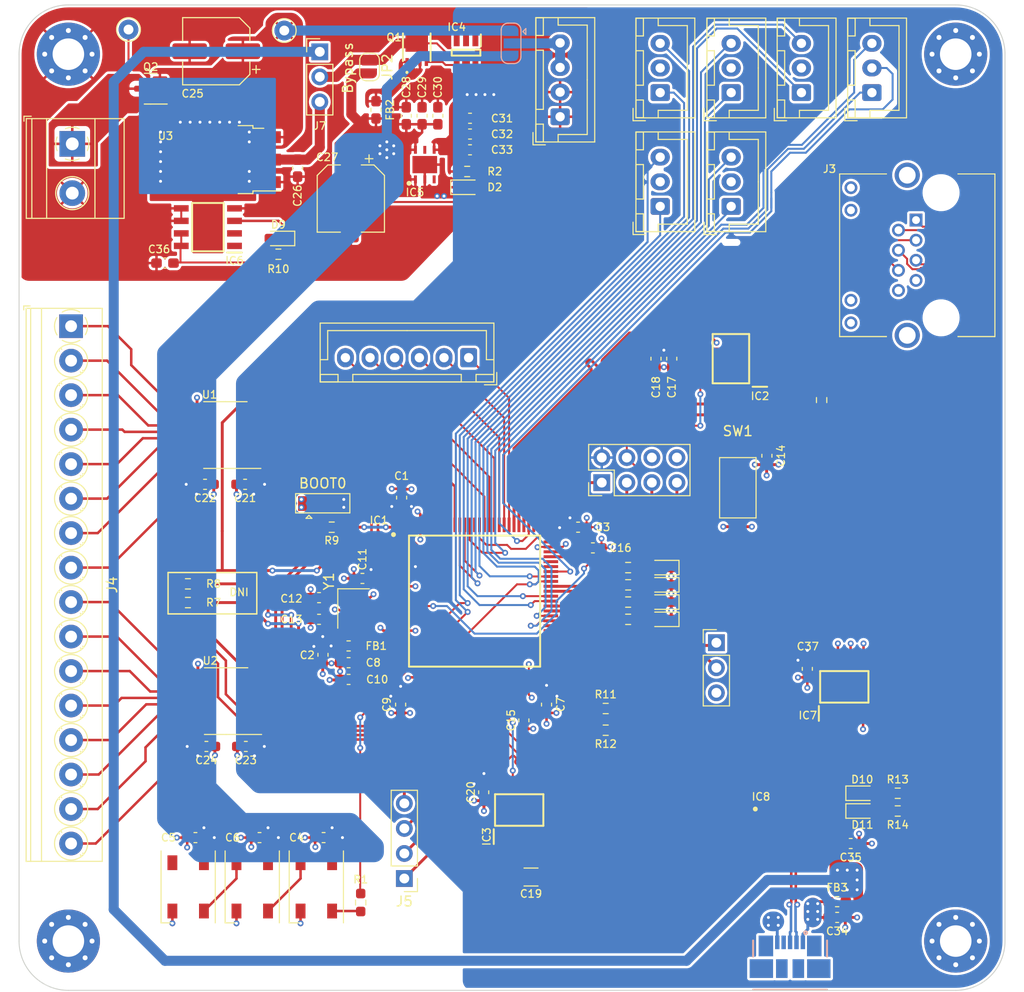
<source format=kicad_pcb>
(kicad_pcb (version 20211014) (generator pcbnew)
  (layers (0 "F.Cu" signal) (1 "In1.Cu" signal) (2 "In2.Cu" signal) (31 "B.Cu" signal) (34 "B.Paste" user) (35 "F.Paste" user) (36 "B.SilkS" user "B.Silkscreen") (37 "F.SilkS" user "F.Silkscreen") (38 "B.Mask" user) (39 "F.Mask" user) (44 "Edge.Cuts" user))
  (net 0 "")
  (net 1 "+3V3")
  (net 2 "GND")
  (net 3 "+5V")
  (net 4 "+3.3VA")
  (net 5 "/Microcontroller/HSE_I")
  (net 6 "/Microcontroller/HSE_O")
  (net 7 "/Microcontroller/NRST")
  (net 8 "Net-(C15-Pad1)")
  (net 9 "Net-(C16-Pad1)")
  (net 10 "Net-(C19-Pad1)")
  (net 11 "Net-(C19-Pad2)")
  (net 12 "/Power Supply Unit/5V_in")
  (net 13 "Net-(C26-Pad1)")
  (net 14 "+5VD")
  (net 15 "Net-(D1-Pad4)")
  (net 16 "Net-(D1-Pad2)")
  (net 17 "Net-(D2-Pad2)")
  (net 18 "Net-(D3-Pad2)")
  (net 19 "Net-(D4-Pad2)")
  (net 20 "Net-(D5-Pad2)")
  (net 21 "Net-(D6-Pad2)")
  (net 22 "Net-(D7-Pad2)")
  (net 24 "Net-(D9-Pad1)")
  (net 25 "Net-(D9-Pad2)")
  (net 26 "/UART_to_USB/LED_TX")
  (net 27 "Net-(D10-Pad2)")
  (net 28 "/UART_to_USB/LED_RX")
  (net 29 "Net-(D11-Pad2)")
  (net 30 "Net-(FB2-Pad1)")
  (net 31 "/Microcontroller/DIR3")
  (net 32 "/Microcontroller/DIR4")
  (net 33 "/Microcontroller/DIR5")
  (net 34 "/Microcontroller/STEP3")
  (net 35 "/Microcontroller/OE")
  (net 47 "/Microcontroller/STEP1")
  (net 48 "/Microcontroller/STEP2")
  (net 49 "/Microcontroller/Griper0")
  (net 52 "/Microcontroller/EMSw0")
  (net 54 "/EERAM/CS_EERAM")
  (net 55 "/EERAM/SCK")
  (net 56 "/EERAM/MISO")
  (net 57 "/EERAM/MOSI")
  (net 58 "/EERAM/HOLD_EERAM")
  (net 59 "/Microcontroller/SCL")
  (net 60 "/Microcontroller/SDA")
  (net 61 "/Microcontroller/RX")
  (net 62 "/Microcontroller/TX")
  (net 63 "/Microcontroller/TX1")
  (net 64 "/Microcontroller/RX1")
  (net 65 "/Microcontroller/TX3")
  (net 66 "/Microcontroller/RX3")
  (net 69 "/Microcontroller/LED4")
  (net 70 "/Microcontroller/LED3")
  (net 71 "/Microcontroller/LED2")
  (net 72 "/Microcontroller/LED1")
  (net 73 "/Microcontroller/USB_D-")
  (net 74 "/Microcontroller/USB_D+")
  (net 75 "/Microcontroller/SWDIO")
  (net 76 "/Microcontroller/SWCLK")
  (net 77 "/Low-Voltage Differential Signal/SCK")
  (net 78 "/Low-Voltage Differential Signal/MISO")
  (net 79 "/Low-Voltage Differential Signal/MOSI")
  (net 80 "/Microcontroller/SS_ENC6")
  (net 81 "/Microcontroller/SS_ENC5")
  (net 82 "/Microcontroller/SS_ENC4")
  (net 83 "/Microcontroller/SS_ENC3")
  (net 84 "/Microcontroller/SS_ENC2")
  (net 85 "/Microcontroller/SS_ENC1")
  (net 86 "/Low-Voltage Differential Signal/EN_LVDS")
  (net 88 "/Microcontroller/EN45")
  (net 89 "/Microcontroller/EN123")
  (net 90 "/Microcontroller/BOOT0")
  (net 91 "/Microcontroller/STEP4")
  (net 92 "/Microcontroller/STEP5")
  (net 93 "/Microcontroller/DIR1")
  (net 94 "/Microcontroller/DIR2")
  (net 95 "MISO_D-")
  (net 96 "MISO_D+")
  (net 99 "SCK_D-")
  (net 100 "SCK_D+")
  (net 101 "MOSI_D+")
  (net 102 "MOSI_D-")
  (net 106 "Net-(IC4-Pad4)")
  (net 110 "/UART_to_USB/3.3V_USB")
  (net 121 "/UART_to_USB/D+")
  (net 122 "/UART_to_USB/D-")
  (net 137 "/Microcontroller/Logic Converter/5EN45")
  (net 138 "/Microcontroller/Logic Converter/5EN123")
  (net 139 "/Microcontroller/Logic Converter/5STEP4")
  (net 140 "/Microcontroller/Logic Converter/5STEP5")
  (net 141 "/Microcontroller/Logic Converter/5DIR1")
  (net 142 "/Microcontroller/Logic Converter/5DIR2")
  (net 143 "/Microcontroller/Logic Converter/5DIR3")
  (net 144 "/Microcontroller/Logic Converter/5DIR4")
  (net 145 "/Microcontroller/Logic Converter/5DIR5")
  (net 146 "/Microcontroller/Logic Converter/5STEP3")
  (net 147 "/Microcontroller/Logic Converter/5STEP1")
  (net 148 "/Microcontroller/Logic Converter/5STEP2")
  (net 149 "/Microcontroller/Logic Converter/5Grpier0")
  (net 150 "/Microcontroller/Logic Converter/5Grpier1")
  (net 151 "/Microcontroller/Logic Converter/5Grpier2")
  (net 152 "/Microcontroller/Logic Converter/5EMSw0")
  (net 153 "Net-(J6-Pad1)")
  (net 160 "/Microcontroller/Logic Converter/Grpier1")
  (net 161 "/Microcontroller/Logic Converter/Grpier2")
  (net 162 "/Power Supply Unit/5V_Input")
  (net 163 "Net-(C34-Pad1)")
  (net 164 "Net-(JP1-Pad2)")
  (net 165 "/Microcontroller/ENC_TImer1A")
  (net 166 "/Microcontroller/ENC_TImer1B")
  (net 167 "/Microcontroller/ENC_TImer4A")
  (net 168 "/Microcontroller/ENC_TImer4B")
  (net 169 "/Microcontroller/ENC_TImer8A")
  (net 170 "/Microcontroller/ENC_TImer8B")
  (net 171 "/Microcontroller/ENC_TImer2I")
  (net 172 "/Microcontroller/ENC_TImer2A")
  (net 173 "/Microcontroller/ENC_TImer2B")
  (net 174 "/Microcontroller/ENC_TImer3A")
  (net 175 "/Microcontroller/ENC_TImer3B")
  (net 176 "/Microcontroller/ENC_TImer5B")
  (net 177 "/Microcontroller/ENC_TImer5A")
  (net 178 "/Microcontroller/EMSW1")
  (net 179 "/Microcontroller/EMSW2")
  (net 180 "/Microcontroller/EMSW3")
  (net 181 "/Microcontroller/EMSW4")
  (net 182 "Net-(J15-Pad3)")
  (footprint "Capacitor_SMD:C_0603_1608Metric_Pad1.08x0.95mm_HandSolder" (layer "F.Cu") (at 179.95 112.375 -90)
    (fp_text reference "C37")
    (fp_text value "0.1uF")
  )
  (footprint "Capacitor_SMD:C_0603_1608Metric_Pad1.08x0.95mm_HandSolder" (layer "F.Cu") (at 145.7375 59.705)
    (fp_text reference "C33")
    (fp_text value "10uF")
  )
  (footprint "Resistor_SMD:R_0603_1608Metric_Pad0.98x0.95mm_HandSolder" (layer "F.Cu") (at 161.775 105.6)
    (fp_text reference "R5")
    (fp_text value "1k")
  )
  (footprint "Connector_JST:JST_XH_B3B-XH-A_1x03_P2.50mm_Vertical" (layer "F.Cu") (at 165.025 65.45 90)
    (fp_text reference "J8")
    (fp_text value "HX_3p")
  )
  (footprint "Resistor_SMD:R_0603_1608Metric_Pad0.98x0.95mm_HandSolder" (layer "F.Cu") (at 117.125 103.75 180)
    (fp_text reference "R8")
    (fp_text value "0r")
  )
  (footprint "Capacitor_SMD:C_0603_1608Metric_Pad1.08x0.95mm_HandSolder" (layer "F.Cu") (at 124.3875 129.5 180)
    (fp_text reference "C6")
    (fp_text value "0.1uF")
  )
  (footprint "Connector_PinHeader_2.54mm:PinHeader_1x03_P2.54mm_Vertical" (layer "F.Cu") (at 130.5 49.76)
    (fp_text reference "J7")
    (fp_text value "Pinheader 3P")
  )
  (footprint "Capacitor_SMD:C_0603_1608Metric_Pad1.08x0.95mm_HandSolder" (layer "F.Cu") (at 130.825 110.95 -90)
    (fp_text reference "C2")
    (fp_text value "0.1uF")
  )
  (footprint "library:SOIC127P600X175-8N" (layer "F.Cu") (at 183.7 114.2 90)
    (fp_text reference "IC7")
    (fp_text value "TMP75CQDRQ1" hide)
  )
  (footprint "Resistor_SMD:R_0603_1608Metric_Pad0.98x0.95mm_HandSolder" (layer "F.Cu") (at 117.125 105.65)
    (fp_text reference "R7")
    (fp_text value "0r")
  )
  (footprint "MountingHole:MountingHole_3.2mm_M3_Pad_Via" (layer "F.Cu") (at 105 50)
    (fp_text reference "H1")
    (fp_text value "MountingHole_Pad")
  )
  (footprint "Capacitor_SMD:C_0603_1608Metric_Pad1.08x0.95mm_HandSolder" (layer "F.Cu") (at 145.7375 58.105)
    (fp_text reference "C32")
    (fp_text value "1uF")
  )
  (footprint "Capacitor_SMD:C_0603_1608Metric_Pad1.08x0.95mm_HandSolder" (layer "F.Cu") (at 147.125 124.9 -90)
    (fp_text reference "C20")
    (fp_text value "0.1uF")
  )
  (footprint "Capacitor_SMD:C_0603_1608Metric_Pad1.08x0.95mm_HandSolder" (layer "F.Cu") (at 182.975 137.6)
    (fp_text reference "C34")
    (fp_text value "0.1uF")
  )
  (footprint "Resistor_SMD:R_0603_1608Metric_Pad0.98x0.95mm_HandSolder" (layer "F.Cu") (at 161.775 102.1)
    (fp_text reference "R3")
    (fp_text value "1k")
  )
  (footprint "Connector_JST:JST_XH_B3B-XH-A_1x03_P2.50mm_Vertical" (layer "F.Cu") (at 179.35 53.9 90)
    (fp_text reference "J12")
    (fp_text value "HX_3p")
  )
  (footprint "Capacitor_SMD:C_0603_1608Metric_Pad1.08x0.95mm_HandSolder" (layer "F.Cu") (at 133.425 113.45 180)
    (fp_text reference "C10")
    (fp_text value "0.1uF")
  )
  (footprint "TerminalBlock_Phoenix:TerminalBlock_Phoenix_PT-1,5-16-3.5-H_1x16_P3.50mm_Horizontal" (layer "F.Cu") (at 105.275 77.6 -90)
    (fp_text reference "J4")
    (fp_text value "Screw_Terminal_16p")
  )
  (footprint "Capacitor_SMD:C_0603_1608Metric_Pad1.08x0.95mm_HandSolder" (layer "F.Cu") (at 166.2 80.9 -90)
    (fp_text reference "C17")
    (fp_text value "0.1uF")
  )
  (footprint "TerminalBlock_Phoenix:TerminalBlock_Phoenix_MKDS-1,5-2_1x02_P5.00mm_Horizontal" (layer "F.Cu") (at 105.395 59.1 -90)
    (fp_text reference "J6")
    (fp_text value "Screw_Terminal_2P")
  )
  (footprint "LED_SMD:LED_0603_1608Metric_Pad1.05x0.95mm_HandSolder" (layer "F.Cu") (at 185.51875 126.8)
    (fp_text reference "D11")
    (fp_text value "LED")
  )
  (footprint "LED_SMD:LED_0603_1608Metric_Pad1.05x0.95mm_HandSolder" (layer "F.Cu") (at 185.51875 125)
    (fp_text reference "D10")
    (fp_text value "LED")
  )
  (footprint "Inductor_SMD:L_0603_1608Metric_Pad1.05x0.95mm_HandSolder" (layer "F.Cu") (at 133.425 110.05)
    (fp_text reference "FB1")
    (fp_text value "100r @100MHz")
  )
  (footprint "Capacitor_SMD:C_0603_1608Metric_Pad1.08x0.95mm_HandSolder" (layer "F.Cu") (at 175.85 90.75 -90)
    (fp_text reference "C14")
    (fp_text value "6nF")
  )
  (footprint "Resistor_SMD:R_0603_1608Metric_Pad0.98x0.95mm_HandSolder" (layer "F.Cu") (at 131.7125 98)
    (fp_text reference "R9")
    (fp_text value "10k")
  )
  (footprint "Capacitor_SMD:C_0603_1608Metric_Pad1.08x0.95mm_HandSolder" (layer "F.Cu") (at 138.8 95 90)
    (fp_text reference "C1")
    (fp_text value "0.1uF")
  )
  (footprint "Crystal:Crystal_SMD_SeikoEpson_FA238-4Pin_3.2x2.5mm" (layer "F.Cu") (at 133.925 106.25 -90)
    (fp_text reference "Y1")
    (fp_text value "25MHz")
  )
  (footprint "Capacitor_SMD:C_0603_1608Metric_Pad1.08x0.95mm_HandSolder" (layer "F.Cu") (at 119 120.25)
    (fp_text reference "C24")
    (fp_text value "0.1uF")
  )
  (footprint "Capacitor_SMD:CP_Elec_6.3x5.4_Nichicon" (layer "F.Cu") (at 120 49.7 180)
    (fp_text reference "C25")
    (fp_text value "100uF 50V")
  )
  (footprint "Capacitor_SMD:C_0603_1608Metric_Pad1.08x0.95mm_HandSolder" (layer "F.Cu") (at 133.425 111.75 180)
    (fp_text reference "C8")
    (fp_text value "0.1uF")
  )
  (footprint "Connector_PinHeader_2.54mm:PinHeader_1x04_P2.54mm_Vertical" (layer "F.Cu") (at 139.075 133.65 180)
    (fp_text reference "J5")
    (fp_text value "Pinheader 4p")
  )
  (footprint "library:Narwhel_Logo_Solder_mask" (layer "F.Cu") (at 187 96.7)
    (fp_text reference "G***")
    (fp_text value "LOGO" hide)
  )
  (footprint "Capacitor_SMD:C_0603_1608Metric_Pad1.08x0.95mm_HandSolder" (layer "F.Cu") (at 128.25 61.5625 -90)
    (fp_text reference "C26")
    (fp_text value "10uF")
  )
  (footprint "Capacitor_SMD:C_0603_1608Metric_Pad1.08x0.95mm_HandSolder" (layer "F.Cu") (at 140.875 56.25 90)
    (fp_text reference "C29")
    (fp_text value "1uF")
  )
  (footprint "Capacitor_SMD:C_0603_1608Metric_Pad1.08x0.95mm_HandSolder" (layer "F.Cu") (at 153.5 116 -90)
    (fp_text reference "C7")
    (fp_text value "0.1uF")
  )
  (footprint "library:QFN50P500X500X90-33N-D" (layer "F.Cu") (at 177.55 129.1)
    (fp_text reference "IC8")
    (fp_text value "FT232RQ-REEL" hide)
  )
  (footprint "MountingHole:MountingHole_3.2mm_M3_Pad_Via" (layer "F.Cu") (at 105 140)
    (fp_text reference "H3" hide)
    (fp_text value "MountingHole_Pad")
  )
  (footprint "Connector_JST:JST_XH_B3B-XH-A_1x03_P2.50mm_Vertical" (layer "F.Cu") (at 172.225 53.9 90)
    (fp_text reference "J11")
    (fp_text value "HX_3p")
  )
  (footprint "library:DS112809S8B8X" (layer "F.Cu") (at 189.775 70.815 90)
    (fp_text reference "J3")
    (fp_text value "DS1128-09-S8B8X" hide)
  )
  (footprint "Capacitor_SMD:C_0603_1608Metric_Pad1.08x0.95mm_HandSolder" (layer "F.Cu") (at 158.2 100.1)
    (fp_text reference "C16")
    (fp_text value "2.2uF")
  )
  (footprint "Resistor_SMD:R_0603_1608Metric_Pad0.98x0.95mm_HandSolder" (layer "F.Cu") (at 159.5 116.4)
    (fp_text reference "R11")
    (fp_text value "330r")
  )
  (footprint "LED_SMD:LED_0603_1608Metric_Pad1.05x0.95mm_HandSolder" (layer "F.Cu") (at 165.275 105.6 180)
    (fp_text reference "D5")
    (fp_text value "LED")
  )
  (footprint "library:SOIC127P600X175-8N" (layer "F.Cu") (at 119.15 67.55 180)
    (fp_text reference "IC6")
    (fp_text value "TMP75CQDRQ1" hide)
  )
  (footprint "library:SOT95P280X145-5N" (layer "F.Cu") (at 145.335 49.845 -90)
    (fp_text reference "IC4")
    (fp_text value "TPS2400DBVT" hide)
  )
  (footprint "Connector_PinHeader_2.54mm:PinHeader_1x03_P2.54mm_Vertical" (layer "F.Cu") (at 170.725 109.725)
    (fp_text reference "J1")
    (fp_text value "Pinheader 3P")
  )
  (footprint "Connector_JST:JST_XH_B6B-XH-A_1x06_P2.50mm_Vertical" (layer "F.Cu") (at 145.6 80.8 180)
    (fp_text reference "J16")
    (fp_text value "HX_6p")
  )
  (footprint "Capacitor_SMD:C_0603_1608Metric_Pad1.08x0.95mm_HandSolder" (layer "F.Cu") (at 142.475 56.25 90)
    (fp_text reference "C30")
    (fp_text value "10uF")
  )
  (footprint "Capacitor_SMD:C_0603_1608Metric_Pad1.08x0.95mm_HandSolder" (layer "F.Cu") (at 130.425 105.15 180)
    (fp_text reference "C12")
    (fp_text value "6nF")
  )
  (footprint "Jumper:SolderJumper-2_P1.3mm_Open_RoundedPad1.0x1.5mm" (layer "F.Cu") (at 135.55 51.3 -90)
    (fp_text reference "JP2")
    (fp_text value "Bypass")
  )
  (footprint "LED_SMD:LED_0603_1608Metric_Pad1.05x0.95mm_HandSolder" (layer "F.Cu") (at 126.3 68.7 180)
    (fp_text reference "D9")
    (fp_text value "LED")
  )
  (footprint "TestPoint:TestPoint_THTPad_D2.0mm_Drill1.0mm" (layer "F.Cu") (at 111.1 47.5)
    (fp_text reference "TP1")
    (fp_text value "TestPoint")
  )
  (footprint "Capacitor_SMD:C_0603_1608Metric_Pad1.08x0.95mm_HandSolder" (layer "F.Cu") (at 118.8625 93.65)
    (fp_text reference "C22")
    (fp_text value "0.1uF")
  )
  (footprint "Capacitor_SMD:C_0603_1608Metric_Pad1.08x0.95mm_HandSolder" (layer "F.Cu") (at 122.925 93.65)
    (fp_text reference "C21")
    (fp_text value "0.1uF")
  )
  (footprint "Capacitor_SMD:C_0603_1608Metric_Pad1.08x0.95mm_HandSolder" (layer "F.Cu") (at 134.825 103.2 180)
    (fp_text reference "C11")
    (fp_text value "0.1uF")
  )
  (footprint "library:SON95P300X300X90-7N-D" (layer "F.Cu") (at 141.15 61.205 90)
    (fp_text reference "IC5")
    (fp_text value "LD39100PU33RY" hide)
  )
  (footprint "LED_SMD:LED_WS2812B_PLCC4_5.0x5.0mm_P3.2mm" (layer "F.Cu") (at 117.15 134.5 -90)
    (fp_text reference "D8")
    (fp_text value "WS2812B")
  )
  (footprint "LED_SMD:LED_0603_1608Metric_Pad1.05x0.95mm_HandSolder" (layer "F.Cu") (at 165.275 102.1 180)
    (fp_text reference "D3")
    (fp_text value "LED")
  )
  (footprint "Capacitor_SMD:C_0603_1608Metric_Pad1.08x0.95mm_HandSolder" (layer "F.Cu") (at 151.2 117.6 -90)
    (fp_text reference "C15")
    (fp_text value "2.2uF")
  )
  (footprint "Inductor_SMD:L_0603_1608Metric_Pad1.05x0.95mm_HandSolder" (layer "F.Cu") (at 182.975 136)
    (fp_text reference "FB3")
    (fp_text value "600R @ 100Mhz")
  )
  (footprint "Capacitor_SMD:C_0603_1608Metric_Pad1.08x0.95mm_HandSolder" (layer "F.Cu") (at 130.425 107.35 180)
    (fp_text reference "C13")
    (fp_text value "6nF")
  )
  (footprint "LED_SMD:LED_0603_1608Metric_Pad1.05x0.95mm_HandSolder" (layer "F.Cu") (at 165.275 107.35 180)
    (fp_text reference "D6")
    (fp_text value "LED")
  )
  (footprint "Jumper:SolderJumper-3_P2.0mm_Open_TrianglePad1.0x1.5mm" (layer "F.Cu") (at 130.8 95.6)
    (fp_text reference "JP1")
    (fp_text value "Boot Pin")
  )
  (footprint "Resistor_SMD:R_0603_1608Metric_Pad0.98x0.95mm_HandSolder" (layer "F.Cu") (at 159.5 118.6)
    (fp_text reference "R12")
    (fp_text value "330r")
  )
  (footprint "Package_SO:TSSOP-20_4.4x6.5mm_P0.65mm" (layer "F.Cu") (at 121 115.65 180)
    (fp_text reference "U2")
    (fp_text value "TXS0108EPW")
  )
  (footprint "Capacitor_SMD:C_0603_1608Metric_Pad1.08x0.95mm_HandSolder" (layer "F.Cu") (at 184.35 130.1)
    (fp_text reference "C35")
    (fp_text value "0.1uF")
  )
  (footprint "Capacitor_SMD:C_0603_1608Metric_Pad1.08x0.95mm_HandSolder" (layer "F.Cu") (at 114.8 71.2 180)
    (fp_text reference "C36")
    (fp_text value "0.1uF")
  )
  (footprint "Capacitor_SMD:C_0603_1608Metric_Pad1.08x0.95mm_HandSolder" (layer "F.Cu") (at 117.8875 129.5 180)
    (fp_text reference "C5")
    (fp_text value "0.1uF")
  )
  (footprint "Package_SO:TSSOP-20_4.4x6.5mm_P0.65mm" (layer "F.Cu") (at 120.925 88.65 180)
    (fp_text reference "U1")
    (fp_text value "TXS0108EPW")
  )
  (footprint "Capacitor_SMD:C_0603_1608Metric_Pad1.08x0.95mm_HandSolder" (layer "F.Cu") (at 130.8875 129.5 180)
    (fp_text reference "C4")
    (fp_text value "0.1uF")
  )
  (footprint "library:BSZ42DN25NS3G" (layer "F.Cu") (at 140.335 49.295)
    (fp_text reference "Q1")
    (fp_text value "BSZ42DN25NS3_G" hide)
  )
  (footprint "LED_SMD:LED_0603_1608Metric_Pad1.05x0.95mm_HandSolder" (layer "F.Cu") (at 165.275 103.85 180)
    (fp_text reference "D4")
    (fp_text value "LED")
  )
  (footprint "LED_SMD:LED_WS2812B_PLCC4_5.0x5.0mm_P3.2mm" (layer "F.Cu") (at 123.65 134.5 -90)
    (fp_text reference "D7")
    (fp_text value "WS2812B")
  )
  (footprint "LED_SMD:LED_WS2812B_PLCC4_5.0x5.0mm_P3.2mm" (layer "F.Cu") (at 130.15 134.5 -90)
    (fp_text reference "D1")
    (fp_text value "WS2812B")
  )
  (footprint "Resistor_SMD:R_0603_1608Metric_Pad0.98x0.95mm_HandSolder" (layer "F.Cu") (at 161.775 107.35)
    (fp_text reference "R6")
    (fp_text value "1k")
  )
  (footprint "Resistor_SMD:R_0603_1608Metric_Pad0.98x0.95mm_HandSolder" (layer "F.Cu") (at 189.11875 126.8 180)
    (fp_text reference "R14")
    (fp_text value "470r")
  )
  (footprint "MountingHole:MountingHole_3.2mm_M3_Pad_Via" (layer "F.Cu") (at 195 140)
    (fp_text reference "H4")
    (fp_text value "MountingHole_Pad")
  )
  (footprint "TestPoint:TestPoint_THTPad_D2.0mm_Drill1.0mm" (layer "F.Cu") (at 126.9 47.6)
    (fp_text reference "TP2")
    (fp_text value "TestPoint")
  )
  (footprint "library:SOP65P640X120-16N" (layer "F.Cu") (at 172.2 80.9 180)
    (fp_text reference "IC2")
    (fp_text value "SN65LVDS049PWR" hide)
  )
  (footprint "Connector_JST:JST_XH_B3B-XH-A_1x03_P2.50mm_Vertical" (layer "F.Cu") (at 172.225 65.45 90)
    (fp_text reference "J9")
    (fp_text value "HX_3p")
  )
  (footprint "Connector_JST:JST_XH_B4B-XH-A_1x04_P2.50mm_Vertical" (layer "F.Cu") (at 154.875 56.35 90)
    (fp_text reference "J15")
    (fp_text value "Conn_01x04_Male")
  )
  (footprint "Resistor_SMD:R_0603_1608Metric_Pad0.98x0.95mm_HandSolder" (layer "F.Cu") (at 161.775 103.85)
    (fp_text reference "R4")
    (fp_text value "1k")
  )
  (footprint "Capacitor_SMD:C_0603_1608Metric_Pad1.08x0.95mm_HandSolder" (layer "F.Cu") (at 156.7 98)
    (fp_text reference "C3")
    (fp_text value "0.1uF")
  )
  (footprint "Capacitor_SMD:C_0603_1608Metric_Pad1.08x0.95mm_HandSolder" (layer "F.Cu") (at 164.6 80.9 -90)
    (fp_text reference "C18")
    (fp_text value "0.001uF")
  )
  (footprint "Capacitor_SMD:C_1206_3216Metric_Pad1.33x1.80mm_HandSolder" (layer "F.Cu") (at 151.925 133.5)
    (fp_text reference "C19")
    (fp_text value "50uF 1206")
  )
  (footprint "Resistor_SMD:R_0603_1608Metric_Pad0.98x0.95mm_HandSolder" (layer "F.Cu") (at 181.4 85.1 90)
    (fp_text reference "R15")
    (fp_text value "100r")
  )
  (footprint "Capacitor_SMD:C_0603_1608Metric_Pad1.08x0.95mm_HandSolder" (layer "F.Cu") (at 139.275 56.25 90)
    (fp_text reference "C28")
    (fp_text value "0.1uF")
  )
  (footprint "Connector_JST:JST_XH_B3B-XH-A_1x03_P2.50mm_Vertical" (layer "F.Cu") (at 186.5 53.9 90)
    (fp_text reference "J13")
    (fp_text value "HX_3p")
  )
  (footprint "LED_SMD:LED_0603_1608Metric_Pad1.05x0.95mm_HandSolder" (layer "F.Cu") (at 145.45 63.505)
    (fp_text reference "D2")
    (fp_text value "LED")
  )
  (footprint "Resistor_SMD:R_0603_1608Metric_Pad0.98x0.95mm_HandSolder" (layer "F.Cu") (at 126.3 70.3 180)
    (fp_text reference "R10")
    (fp_text value "470r")
  )
  (footprint "Resistor_SMD:R_0603_1608Metric_Pad0.98x0.95mm_HandSolder" (layer "F.Cu") (at 189.11875 125 180)
    (fp_text reference "R13")
    (fp_text value "470r")
  )
  (footprint "MountingHole:MountingHole_3.2mm_M3_Pad_Via" (layer "F.Cu") (at 195 50)
    (fp_text reference "H2")
    (fp_text value "MountingHole_Pad")
  )
  (footprint "Resistor_SMD:R_0603_1608Metric_Pad0.98x0.95mm_HandSolder" (layer "F.Cu") (at 145.45 61.905)
    (fp_text reference "R2")
    (fp_text value "1k")
  )
  (footprint "Capacitor_SMD:C_0603_1608Metric_Pad1.08x0.95mm_HandSolder" (layer "F.Cu") (at 145.7375 56.505)
    (fp_text reference "C31")
    (fp_text value "0.1uF")
  )
  (footprint "Connector_PinHeader_2.54mm:PinHeader_2x04_P2.54mm_Vertical" (layer "F.Cu") (at 159.1 93.475 90)
    (fp_text reference "J2")
    (fp_text value "Pinheader 2*4")
  )
  (footprint "Capacitor_SMD:C_0603_1608Metric_Pad1.08x0.95mm_HandSolder" (layer "F.Cu") (at 138.7 116 -90)
    (fp_text reference "C9")
    (fp_text value "0.1uF")
  )
  (footprint "Resistor_SMD:R_0603_1608Metric_Pad0.98x0.95mm_HandSolder" (layer "F.Cu") (at 134.65 136.0875 -90)
    (fp_text reference "R1")
    (fp_text value "0r")
  )
  (footprint "Connector_JST:JST_XH_B3B-XH-A_1x03_P2.50mm_Vertical" (layer "F.Cu") (at 165.025 53.9 90)
    (fp_text reference "J10")
    (fp_text value "HX_3p")
  )
  (footprint "library:QFP50P1600X1600X160-100N" (layer "F.Cu") (at 146.2 105.5)
    (fp_text reference "IC1")
    (fp_text value "STM32H733VGT6" hide)
  )
  (footprint "Button_Switch_SMD:SW_SPST_CK_RS282G05A3" (layer "F.Cu") (at 172.9 94 90)
    (fp_text reference "SW1")
    (fp_text value "SW_Push")
  )
  (footprint "Inductor_SMD:L_0603_1608Metric_Pad1.05x0.95mm_HandSolder" (layer "F.Cu") (at 136.2 55.65 -90)
    (fp_text reference "FB2")
    (fp_text value "600R @ 100Mhz")
  )
  (footprint "library:SOIC127P600X175-8N" (layer "F.Cu") (at 150.725 126.7 90)
    (fp_text reference "IC3")
    (fp_text value "48L640T-I_SN" hide)
  )
  (footprint "Capacitor_SMD:CP_Elec_6.3x5.4_Nichicon" (layer "F.Cu") (at 133.65 64.65 -90)
    (fp_text reference "C27")
    (fp_text value "100uF 50V")
  )
  (footprint "Package_TO_SOT_SMD:TO-252-3_TabPin2" (layer "F.Cu") (at 121.25 60.7 180)
    (fp_text reference "U3")
    (fp_text value "AMS1117CD-5.0")
  )
  (footprint "Capacitor_SMD:C_0603_1608Metric_Pad1.08x0.95mm_HandSolder" (layer "F.Cu") (at 123 120.25)
    (fp_text reference "C23")
    (fp_text value "0.1uF")
  )
  (footprint "Package_TO_SOT_SMD:SOT-23" (layer "F.Cu") (at 113.35 53.5 180)
    (fp_text reference "Q2")
    (fp_text value "AO3401A")
  )
  (footprint "library:47346-0001" (layer "B.Cu") (at 178.2 144.942945)
    (fp_text reference "J14")
    (fp_text value "USB" hide)
  )
  (footprint "Jumper:SolderJumper-3_P1.3mm_Open_RoundedPad1.0x1.5mm" (layer "B.Cu") (at 149.9 48.9 -90)
    (fp_text reference "JP3")
    (fp_text value "ENC Power")
  )
  (gr_line (start 124.1125 102.6) (end 115.1125 102.6) (layer "F.SilkS") (width 0.15))
  (gr_line (start 115.1125 102.6) (end 115.1125 106.8) (layer "F.SilkS") (width 0.15))
  (gr_line (start 115.1125 106.8) (end 124.1125 106.8) (layer "F.SilkS") (width 0.15))
  (gr_line (start 124.1125 106.8) (end 124.1125 102.6) (layer "F.SilkS") (width 0.15))
  (gr_arc (start 195 45) (mid 198.535534 46.464466) (end 200 50) (layer "Edge.Cuts") (width 0.1))
  (gr_arc (start 100 50) (mid 101.464466 46.464466) (end 105 45) (layer "Edge.Cuts") (width 0.1))
  (gr_line (start 100 140) (end 100 50) (layer "Edge.Cuts") (width 0.1))
  (gr_line (start 195 145) (end 105 145) (layer "Edge.Cuts") (width 0.1))
  (gr_arc (start 200 140) (mid 198.535534 143.535534) (end 195 145) (layer "Edge.Cuts") (width 0.1))
  (gr_arc (start 105 145) (mid 101.464466 143.535534) (end 100 140) (layer "Edge.Cuts") (width 0.1))
  (gr_line (start 200 140) (end 200 50) (layer "Edge.Cuts") (width 0.1))
  (gr_line (start 105 45) (end 195 45) (layer "Edge.Cuts") (width 0.1))
  (gr_text "DNI" (at 122.3125 104.6) (layer "F.SilkS") (effects (font (size 0.77 0.77) (thickness 0.127))))
  (gr_text "BOOT0" (at 130.8 93.55) (layer "F.SilkS") (effects (font (size 1 1))))
  (gr_text "Bypass" (at 133.35 51.4 90) (layer "F.SilkS") (effects (font (size 1 1))))
  (segment (start 138.8 95.8625) (end 138.7625 95.9) (width 0.254) (layer "F.Cu") (net 1))
  (segment (start 147.8 61.3) (end 147.3 60.8) (width 0.2) (layer "F.Cu") (net 1))
  (segment (start 122.703795 92.566295) (end 123.7875 93.65) (width 0.29337) (layer "F.Cu") (net 1))
  (segment (start 148.7825 124.0375) (end 148.82 124) (width 0.29337) (layer "F.Cu") (net 1))
  (segment (start 167.775 80.575) (end 167.2375 80.0375) (width 0.29337) (layer "F.Cu") (net 1))
  (segment (start 155.8375 98.188) (end 155.8375 98) (width 0.2) (layer "F.Cu") (net 1))
  (segment (start 167.2375 80.0375) (end 166.2 80.0375) (width 0.29337) (layer "F.Cu") (net 1))
  (segment (start 137.175 104.5) (end 138.462 104.5) (width 0.2) (layer "F.Cu") (net 1))
  (segment (start 123.7875 93.65) (end 124.9 93.65) (width 0.29337) (layer "F.Cu") (net 1))
  (segment (start 169.262 80.575) (end 167.775 80.575) (width 0.29337) (layer "F.Cu") (net 1))
  (segment (start 116.375 71.1375) (end 126.375 71.1375) (width 0.2) (layer "F.Cu") (net 1))
  (segment (start 138.8 95.8625) (end 138.8375 95.9) (width 0.254) (layer "F.Cu") (net 1))
  (segment (start 179.95 111.5125) (end 179.0125 111.5125) (width 0.254) (layer "F.Cu") (net 1))
  (segment (start 136.475 103.2) (end 136.875 103.6) (width 0.2) (layer "F.Cu") (net 1))
  (segment (start 153.5 115.1375) (end 154.5375 115.1375) (width 0.29337) (layer "F.Cu") (net 1))
  (segment (start 116.375 71.1375) (end 116.375 69.53) (width 0.2) (layer "F.Cu") (net 1))
  (segment (start 122.75 119.1375) (end 123.8625 120.25) (width 0.29337) (layer "F.Cu") (net 1))
  (segment (start 136.875 103.6) (end 136.875 104.2) (width 0.2) (layer "F.Cu") (net 1))
  (segment (start 147.125 124.0375) (end 148.7825 124.0375) (width 0.29337) (layer "F.Cu") (net 1))
  (segment (start 123.7875 93.65) (end 123.7875 94.6375) (width 0.29337) (layer "F.Cu") (net 1))
  (segment (start 127.2125 70.3) (end 128.5 70.3) (width 0.2) (layer "F.Cu") (net 1))
  (segment (start 154.5255 99.5) (end 155.8375 98.188) (width 0.2) (layer "F.Cu") (net 1))
  (segment (start 122.75 118.1625) (end 122.75 119.1375) (width 0.29337) (layer "F.Cu") (net 1))
  (segment (start 179.0125 111.5125) (end 179 111.5) (width 0.254) (layer "F.Cu") (net 1))
  (segment (start 136.875 104.2) (end 137.175 104.5) (width 0.2) (layer "F.Cu") (net 1))
  (segment (start 155.7875 98.05) (end 154.825 98.05) (width 0.2) (layer "F.Cu") (net 1))
  (segment (start 139.612 97.762) (end 140.2 97.762) (width 0.254) (layer "F.Cu") (net 1))
  (segment (start 135.6875 103.2) (end 136.475 103.2) (width 0.2) (layer "F.Cu") (net 1))
  (segment (start 128.5 70.3) (end 130.9 67.9) (width 0.2) (layer "F.Cu") (net 1))
  (segment (start 153.938 99.5) (end 154.5255 99.5) (width 0.2) (layer "F.Cu") (net 1))
  (segment (start 122.925 90.925) (end 122.703795 91.146205) (width 0.29337) (layer "F.Cu") (net 1))
  (segment (start 116.45 68.185) (end 116.45 69.455) (width 0.2) (layer "F.Cu") (net 1))
  (segment (start 116.375 69.53) (end 116.45 69.455) (width 0.2) (layer "F.Cu") (net 1))
  (segment (start 123.8625 120.25) (end 124.875 120.25) (width 0.29337) (layer "F.Cu") (net 1))
  (segment (start 138.462 102) (end 140.2 102) (width 0.254) (layer "F.Cu") (net 1))
  (segment (start 147.125 124.0375) (end 147.15 124.0125) (width 0.29337) (layer "F.Cu") (net 1))
  (segment (start 138.7 115.1375) (end 138.7 114.15) (width 0.29337) (layer "F.Cu") (net 1))
  (segment (start 140.7 113.238) (end 140.7 114.175) (width 0.29337) (layer "F.Cu") (net 1))
  (segment (start 138.7625 95.9) (end 137.8 95.9) (width 0.254) (layer "F.Cu") (net 1))
  (segment (start 130.9 66.7) (end 132.6 65) (width 0.2) (layer "F.Cu") (net 1))
  (segment (start 179.95 111.5125) (end 181.7825 111.5125) (width 0.254) (layer "F.Cu") (net 1))
  (segment (start 147.15 124.0125) (end 147.15 123) (width 0.29337) (layer "F.Cu") (net 1))
  (segment (start 152.2 113.238) (end 152.2 114.525) (width 0.29337) (layer "F.Cu") (net 1))
  (segment (start 152.2 114.525) (end 152.8125 115.1375) (width 0.29337) (layer "F.Cu") (net 1))
  (segment (start 181.7825 111.5125) (end 181.795 111.5) (width 0.254) (layer "F.Cu") (net 1))
  (segment (start 147.1 65) (end 147.8 64.3) (width 0.2) (layer "F.Cu") (net 1))
  (segment (start 131.65 110.05) (end 130.8625 110.05) (width 0.254) (layer "F.Cu") (net 1))
  (segment (start 138.8 95.8625) (end 138.8 96.95) (width 0.254) (layer "F.Cu") (net 1))
  (segment (start 123.8625 121.1875) (end 123.875 121.2) (width 0.29337) (layer "F.Cu") (net 1))
  (segment (start 138.8375 95.9) (end 139.8 95.9) (width 0.254) (layer "F.Cu") (net 1))
  (segment (start 130.8 110.0625) (end 130.8 109.1) (width 0.254) (layer "F.Cu") (net 1))
  (segment (start 126.375 71.1375) (end 127.2125 70.3) (width 0.2) (layer "F.Cu") (net 1))
  (segment (start 130.825 110.0875) (end 130.8 110.0625) (width 0.254) (layer "F.Cu") (net 1))
  (segment (start 140.7 114.175) (end 139.7375 115.1375) (width 0.29337) (layer "F.Cu") (net 1))
  (segment (start 146.1625 124.0375) (end 146.15 124.05) (width 0.29337) (layer "F.Cu") (net 1))
  (segment (start 135.6875 103.2) (end 135.7 103.1875) (width 0.2) (layer "F.Cu") (net 1))
  (segment (start 132.6 65) (end 147.1 65) (width 0.2) (layer "F.Cu") (net 1))
  (segment (start 147.3 60.8) (end 144.5 60.8) (width 0.2) (layer "F.Cu") (net 1))
  (segment (start 130.9 67.9) (end 130.9 66.7) (width 0.2) (layer "F.Cu") (net 1))
  (segment (start 179.95 111.5125) (end 179.95 110.5) (width 0.254) (layer "F.Cu") (net 1))
  (segment (start 123.7875 90.925) (end 122.925 90.925) (width 0.29337) (layer "F.Cu") (net 1))
  (segment (start 144.875 56.505) (end 144.875 59.705) (width 0.29337) (layer "F.Cu") (net 1))
  (segment (start 123.7875 94.6375) (end 123.8 94.65) (width 0.29337) (layer "F.Cu") (net 1))
  (segment (start 123.8625 120.25) (end 123.8625 121.1875) (width 0.29337) (layer "F.Cu") (net 1))
  (segment (start 138.8 96.95) (end 139.612 97.762) (width 0.254) (layer "F.Cu") (net 1))
  (segment (start 147.8 64.3) (end 147.8 61.3) (width 0.2) (layer "F.Cu") (net 1))
  (segment (start 153.5 115.1375) (end 153.5 114.05) (width 0.29337) (layer "F.Cu") (net 1))
  (segment (start 137.7125 115.1375) (end 137.7 115.15) (width 0.29337) (layer "F.Cu") (net 1))
  (segment (start 138.7 115.1375) (end 137.7125 115.1375) (width 0.29337) (layer "F.Cu") (net 1))
  (segment (start 147.125 124.0375) (end 146.1625 124.0375) (width 0.29337) (layer "F.Cu") (net 1))
  (segment (start 155.8375 98) (end 155.7875 98.05) (width 0.2) (layer "F.Cu") (net 1))
  (segment (start 152.8125 115.1375) (end 153.5 115.1375) (width 0.29337) (layer "F.Cu") (net 1))
  (segment (start 129.9125 110.0875) (end 129.9 110.1) (width 0.254) (layer "F.Cu") (net 1))
  (segment (start 130.825 110.0875) (end 129.9125 110.0875) (width 0.254) (layer "F.Cu") (net 1))
  (segment (start 154.5375 115.1375) (end 154.55 115.15) (width 0.29337) (layer "F.Cu") (net 1))
  (segment (start 132.55 110.05) (end 131.65 110.05) (width 0.254) (layer "F.Cu") (net 1))
  (segment (start 123.8625 117.925) (end 122.9875 117.925) (width 0.29337) (layer "F.Cu") (net 1))
  (segment (start 122.9875 117.925) (end 122.75 118.1625) (width 0.29337) (layer "F.Cu") (net 1))
  (segment (start 139.7375 115.1375) (end 138.7 115.1375) (width 0.29337) (layer "F.Cu") (net 1))
  (segment (start 155.8375 98) (end 155.875 97.9625) (width 0.2) (layer "F.Cu") (net 1))
  (segment (start 130.8625 110.05) (end 130.825 110.0875) (width 0.254) (layer "F.Cu") (net 1))
  (segment (start 155.875 97.9625) (end 155.875 97.05) (width 0.2) (layer "F.Cu") (net 1))
  (segment (start 122.703795 91.146205) (end 122.703795 92.566295) (width 0.29337) (layer "F.Cu") (net 1))
  (segment (start 135.7 103.1875) (end 135.7 102.3) (width 0.2) (layer "F.Cu") (net 1))
  (segment (start 166.2 80.0375) (end 164.6 80.0375) (width 0.29337) (layer "F.Cu") (net 1))
  (segment (start 116.375 71.1375) (end 115.525 71.1375) (width 0.2) (layer "F.Cu") (net 1))
  (via (at 154.55 115.15) (size 0.6) (drill 0.3) (layers "F.Cu" "B.Cu") (net 1))
  (via (at 132.935 95.9825) (size 0.6) (drill 0.3) (layers "F.Cu" "B.Cu") (net 1))
  (via (at 131.65 110.05) (size 0.6) (drill 0.3) (layers "F.Cu" "B.Cu") (net 1))
  (via (at 124.9 93.65) (size 0.6) (drill 0.3) (layers "F.Cu" "B.Cu") (net 1))
  (via (at 138.7 114.15) (size 0.6) (drill 0.3) (layers "F.Cu" "B.Cu") (net 1))
  (via (at 135.7 102.3) (size 0.6) (drill 0.3) (layers "F.Cu" "B.Cu") (net 1))
  (via (at 130.8 109.1) (size 0.6) (drill 0.3) (layers "F.Cu" "B.Cu") (net 1))
  (via (at 147.15 123) (size 0.6) (drill 0.3) (layers "F.Cu" "B.Cu") (net 1))
  (via (at 179.95 110.5) (size 0.6) (drill 0.3) (layers "F.Cu" "B.Cu") (net 1))
  (via (at 139.8 95.9) (size 0.6) (drill 0.3) (layers "F.Cu" "B.Cu") (net 1))
  (via (at 154.825 98.05) (size 0.6) (drill 0.3) (layers "F.Cu" "B.Cu") (net 1))
  (via (at 147.25 54.1) (size 0.6) (drill 0.3) (layers "F.Cu" "B.Cu") (net 1))
  (via (at 132.935 95.1825) (size 0.6) (drill 0.3) (layers "F.Cu" "B.Cu") (net 1))
  (via (at 146.15 124.05) (size 0.6) (drill 0.3) (layers "F.Cu" "B.Cu") (net 1))
  (via (at 140.2 102) (size 0.6) (drill 0.3) (layers "F.Cu" "B.Cu") (net 1))
  (via (at 137.7 115.15) (size 0.6) (drill 0.3) (layers "F.Cu" "B.Cu") (net 1))
  (via (at 137.8 95.9) (size 0.6) (drill 0.3) (layers "F.Cu" "B.Cu") (net 1))
  (via (at 129.9 110.1) (size 0.6) (drill 0.3) (layers "F.Cu" "B.Cu") (net 1))
  (via (at 145.45 54.1) (size 0.6) (drill 0.3) (layers "F.Cu" "B.Cu") (net 1))
  (via (at 146.35 54.1) (size 0.6) (drill 0.3) (layers "F.Cu" "B.Cu") (net 1))
  (via (at 153.5 114.05) (size 0.6) (drill 0.3) (layers "F.Cu" "B.Cu") (net 1))
  (via (at 123.875 121.2) (size 0.6) (drill 0.3) (layers "F.Cu" "B.Cu") (net 1))
  (via (at 148.15 54.1) (size 0.6) (drill 0.3) (layers "F.Cu" "B.Cu") (net 1))
  (via (at 155.875 97.05) (size 0.6) (drill 0.3) (layers "F.Cu" "B.Cu") (net 1))
  (via (at 123.8 94.65) (size 0.6) (drill 0.3) (layers "F.Cu" "B.Cu") (net 1))
  (via (at 124.875 120.25) (size 0.6) (drill 0.3) (layers "F.Cu" "B.Cu") (net 1))
  (via (at 165.4 80.0375) (size 0.6) (drill 0.3) (layers "F.Cu" "B.Cu") (net 1))
  (via (at 179 111.5) (size 0.6) (drill 0.3) (layers "F.Cu" "B.Cu") (net 1))
  (segment (start 130.8 111.8375) (end 130.8 112.9) (width 0.29337) (layer "F.Cu") (net 2))
  (segment (start 167.675 81.225) (end 169.262 81.225) (width 0.29337) (layer "F.Cu") (net 2))
  (segment (start 129.5625 107.35) (end 129.5625 108.1875) (width 0.2) (layer "F.Cu") (net 2))
  (segment (start 118.1375 111.8625) (end 118.15 111.85) (width 0.29337) (layer "F.Cu") (net 2))
  (segment (start 140.7 97.762) (end 140.7 96.690563) (width 0.254) (layer "F.Cu") (net 2))
  (segment (start 175.825 91.6375) (end 175.85 91.6125) (width 0.29337) (layer "F.Cu") (net 2))
  (segment (start 123.525 129.5) (end 123.55 129.525) (width 0.254) (layer "F.Cu") (net 2))
  (segment (start 129.5625 108.1875) (end 129.575 108.2) (width 0.2) (layer "F.Cu") (net 2))
  (segment (start 170.096185 78.625) (end 170.75 79.278815) (width 0.29337) (layer "F.Cu") (net 2))
  (segment (start 140.2 113.238) (end 139.509822 113.238) (width 0.254) (layer "F.Cu") (net 2))
  (segment (start 136.95 108.5) (end 136.65 108.2) (width 0.254) (layer "F.Cu") (net 2))
  (segment (start 133.9625 103.2) (end 133.9625 102.2625) (width 0.254) (layer "F.Cu") (net 2))
  (segment (start 153.5 116.8625) (end 153.5125 116.85) (width 0.254) (layer "F.Cu") (net 2))
  (segment (start 177.025 91.65) (end 175.8875 91.65) (width 0.29337) (layer "F.Cu") (net 2))
  (segment (start 166.15 106.44) (end 166.15 104.74) (width 0.29337) (layer "F.Cu") (net 2))
  (segment (start 166.2 81.7625) (end 167.1375 81.7625) (width 0.29337) (layer "F.Cu") (net 2))
  (segment (start 183.8375 137.6) (end 185 137.6) (width 0.29337) (layer "F.Cu") (net 2))
  (segment (start 185.605 118.495) (end 185.6 118.5) (width 0.254) (layer "F.Cu") (net 2))
  (segment (start 180 127.35) (end 179.975489 127.374511) (width 0.2) (layer "F.Cu") (net 2))
  (segment (start 155.15 100) (end 155.45 99.7) (width 0.2) (layer "F.Cu") (net 2))
  (segment (start 179.275489 130.825489) (end 177.55 129.1) (width 0.2) (layer "F.Cu") (net 2))
  (segment (start 185.2125 130.1) (end 186.5 130.1) (width 0.29337) (layer "F.Cu") (net 2))
  (segment (start 183.8 137.6375) (end 183.8 138.6) (width 0.29337) (layer "F.Cu") (net 2))
  (segment (start 117.05 129.525) (end 117.05 130.5) (width 0.254) (layer "F.Cu") (net 2))
  (segment (start 179.975489 130.825489) (end 179.275489 130.825489) (width 0.2) (layer "F.Cu") (net 2))
  (segment (start 130.025 129.5) (end 129 129.5) (width 0.254) (layer "F.Cu") (net 2))
  (segment (start 138.462 108.5) (end 136.95 108.5) (width 0.254) (layer "F.Cu") (net 2))
  (segment (start 179.275489 127.374511) (end 177.55 129.1) (width 0.2) (layer "F.Cu") (net 2))
  (segment (start 153.5 116.8625) (end 153.5 117.95) (width 0.254) (layer "F.Cu") (net 2))
  (segment (start 151.2125 118.45) (end 152.15 118.45) (width 0.254) (layer "F.Cu") (net 2))
  (segment (start 185.605 111.5) (end 185.65 111.455) (width 0.254) (layer "F.Cu") (net 2))
  (segment (start 138.7 116.8625) (end 138.7125 116.85) (width 0.254) (layer "F.Cu") (net 2))
  (segment (start 138.462 108.5) (end 140.2 108.5) (width 0.254) (layer "F.Cu") (net 2))
  (segment (start 179.95 113.2375) (end 179.0125 113.2375) (width 0.254) (layer "F.Cu") (net 2))
  (segment (start 151.2 118.4625) (end 151.2125 118.45) (width 0.254) (layer "F.Cu") (net 2))
  (segment (start 140.7 96.690563) (end 140.417398 96.407961) (width 0.254) (layer "F.Cu") (net 2))
  (segment (start 169.262 78.625) (end 170.096185 78.625) (width 0.29337) (layer "F.Cu") (net 2))
  (segment (start 138.7625 94.1) (end 137.8 94.1) (width 0.254) (layer "F.Cu") (net 2))
  (segment (start 135.6 105.15) (end 135.95 104.8) (width 0.254) (layer "F.Cu") (net 2))
  (segment (start 166.15 102.97) (end 166.15 102.1) (width 0.29337) (layer "F.Cu") (net 2))
  (segment (start 159.075 100.0875) (end 159.075 99.15) (width 0.2) (layer "F.Cu") (net 2))
  (segment (start 185.2 130.0875) (end 185.2 129.1) (width 0.29337) (layer "F.Cu") (net 2))
  (segment (start 174.625 91.65) (end 175.8125 91.65) (width 0.29337) (layer "F.Cu") (net 2))
  (segment (start 138.8 94.1375) (end 138.7625 94.1) (width 0.254) (layer "F.Cu") (net 2))
  (segment (start 140.7 97.762) (end 140.7 99.25) (width 0.254) (layer "F.Cu") (net 2))
  (segment (start 178.8 127.85) (end 177.55 129.1) (width 0.29337) (layer "F.Cu") (net 2))
  (segment (start 117.025 129.5) (end 117.05 129.475) (width 0.254) (layer "F.Cu") (net 2))
  (segment (start 185.65 111.455) (end 185.65 109.8) (width 0.254) (layer "F.Cu") (net 2))
  (segment (start 166.15 107.35) (end 166.15 106.44) (width 0.29337) (layer "F.Cu") (net 2))
  (segment (start 180 130.85) (end 179.975489 130.825489) (width 0.2) (layer "F.Cu") (net 2))
  (segment (start 166.2 81.7625) (end 164.6 81.7625) (width 0.29337) (layer "F.Cu") (net 2))
  (segment (start 122.1375 120.25) (end 122.1375 121.1375) (width 0.29337) (layer "F.Cu") (net 2))
  (segment (start 151.7 115) (end 152 115.3) (width 0.2) (layer "F.Cu") (net 2))
  (segment (start 157.5625 98) (end 157.5625 97.0625) (width 0.2) (layer "F.Cu") (net 2))
  (segment (start 179.0125 113.2375) (end 179 113.25) (width 0.254) (layer "F.Cu") (net 2))
  (segment (start 185.2125 130.1) (end 185.2 130.0875) (width 0.29337) (layer "F.Cu") (net 2))
  (segment (start 138.8 94.1375) (end 138.8125 94.15) (width 0.254) (layer "F.Cu") (net 2))
  (segment (start 175.825 92.75) (end 175.825 91.6375) (width 0.29337) (layer "F.Cu") (net 2))
  (segment (start 178.8 126.65) (end 178.8 127.85) (width 0.2) (layer "F.Cu") (net 2))
  (segment (start 151.7 113.238) (end 151.7 111.9) (width 0.2) (layer "F.Cu") (net 2))
  (segment (start 185.605 116.9) (end 185.605 118.495) (width 0.254) (layer "F.Cu") (net 2))
  (segment (start 132.5625 111.75) (end 132.5625 112.6375) (width 0.29337) (layer "F.Cu") (net 2))
  (segment (start 177.3 128.85) (end 177.55 129.1) (width 0.2) (layer "F.Cu") (net 2))
  (segment (start 166.15 104.74) (end 166.15 102.97) (width 0.29337) (layer "F.Cu") (net 2))
  (segment (start 129.5625 105.15) (end 129.575 105.1375) (width 0.2) (layer "F.Cu") (net 2))
  (segment (start 138.6875 116.85) (end 137.75 116.85) (width 0.254) (layer "F.Cu") (net 2))
  (segment (start 133.9625 102.2625) (end 133.95 102.25) (width 0.254) (layer "F.Cu") (net 2))
  (segment (start 175.1 128.85) (end 177.3 128.85) (width 0.2) (layer "F.Cu") (net 2))
  (segment (start 183.05 111.485) (end 183.05 109.8) (width 0.254) (layer "F.Cu") (net 2))
  (segment (start 175.8875 91.65) (end 175.85 91.6125) (width 0.29337) (layer "F.Cu") (net 2))
  (segment (start 159.0625 100.1) (end 159.85514 100.1) (width 0.2) (layer "F.Cu") (net 2))
  (segment (start 152.613258 100) (end 152.582718 100.03054) (width 0.2) (layer "F.Cu") (net 2))
  (segment (start 119.725 93.65) (end 119.75 93.675) (width 0.29337) (layer "F.Cu") (net 2))
  (segment (start 183.8375 137.6) (end 183.8 137.6375) (width 0.29337) (layer "F.Cu") (net 2))
  (segment (start 130.825 111.8125) (end 131.6875 111.8125) (width 0.29337) (layer "F.Cu") (net 2))
  (segment (start 133.125 107.05) (end 132.425 106.35) (width 0.2) (layer "F.Cu") (net 2))
  (segment (start 117.025 129.5) (end 116 129.5) (width 0.254) (layer "F.Cu") (net 2))
  (segment (start 132.5625 113.45) (end 132.5125 113.5) (width 0.29337) (layer "F.Cu") (net 2))
  (segment (start 153.5125 116.85) (end 154.5 116.85) (width 0.254) (layer "F.Cu") (net 2))
  (segment (start 132.5 111.8125) (end 132.5625 111.75) (width 0.29337) (layer "F.Cu") (net 2))
  (segment (start 147.1125 125.75) (end 146.15 125.75) (width 0.29337) (layer "F.Cu") (net 2))
  (segment (start 129.575 105.1375) (end 129.575 104.3) (width 0.2) (layer "F.Cu") (net 2))
  (segment (start 130.025 130.425) (end 130.05 130.45) (width 0.254) (layer "F.Cu") (net 2))
  (segment (start 159.85514 100.1) (end 159.96507 99.99007) (width 0.2) (layer "F.Cu") (net 2))
  (segment (start 118.05 85.7125) (end 118.05 84.85) (width 0.29337) (layer "F.Cu") (net 2))
  (segment (start 130.825 111.8125) (end 130.8 111.8375) (width 0.29337) (layer "F.Cu") (net 2))
  (segment (start 115.55 136.95) (end 115.55 138.2) (width 0.254) (layer "F.Cu") (net 2))
  (segment (start 180 129.35) (end 177.8 129.35) (width 0.2) (layer "F.Cu") (net 2))
  (segment (start 153.938 100) (end 152.613258 100) (width 0.2) (layer "F.Cu") (net 2))
  (segment (start 119.8625 120.25) (end 119.8625 121.1375) (width 0.29337) (layer "F.Cu") (net 2))
  (segment (start 175.8125 91.65) (end 175.85 91.6125) (width 0.29337) (layer "F.Cu") (net 2))
  (segment (start 147.125 125.7625) (end 147.15 125.7875) (width 0.29337) (layer "F.Cu") (net 2))
  (segment (start 119.75 93.675) (end 119.75 94.65) (width 0.29337) (layer "F.Cu") (net 2))
  (segment (start 123.525 129.5) (end 122.5 129.5) (width 0.254) (layer "F.Cu") (net 2))
  (segment (start 184.335 111.5) (end 184.335 109.815) (width 0.254) (layer "F.Cu") (net 2))
  (segment (start 171.425 97.95) (end 174.325 97.95) (width 0.29337) (layer "F.Cu") (net 2))
  (segment (start 122.05 93.6625) (end 122.05 94.65) (width 0.29337) (layer "F.Cu") (net 2))
  (segment (start 157.5625 98) (end 158.575 98) (width 0.2) (layer "F.Cu") (net 2))
  (segment (start 132.5125 113.5) (end 131.5 113.5) (width 0.29337) (layer "F.Cu") (net 2))
  (segment (start 138.7 116.8625) (end 138.6875 116.85) (width 0.254) (layer "F.Cu") (net 2))
  (segment (start 138.462 104) (end 140.2 104) (width 0.254) (layer "F.Cu") (net 2))
  (segment (start 130.025 129.5) (end 130.025 130.425) (width 0.254) (layer "F.Cu") (net 2))
  (segment (start 133.125 107.35) (end 133.125 107.05) (width 0.2) (layer "F.Cu") (net 2))
  (segment (start 157.5625 97.0625) (end 157.575 97.05) (width 0.2) (layer "F.Cu") (net 2))
  (segment (start 117.025 129.5) (end 117.05 129.525) (width 0.254) (layer "F.Cu") (net 2))
  (segment (start 118.0625 85.725) (end 118.05 85.7125) (width 0.29337) (layer "F.Cu") (net 2))
  (segment (start 122.05 136.95) (end 122.05 138.2) (width 0.254) (layer "F.Cu") (net 2))
  (segment (start 116.45 65.645) (end 116.45 66.915) (width 0.2) (layer "F.Cu") (net 2))
  (segment (start 122.1375 121.1375) (end 122.125 121.15) (width 0.29337) (layer "F.Cu") (net 2))
  (segment (start 147.125 125.7625) (end 147.1125 125.75) (width 0.29337) (layer "F.Cu") (net 2))
  (segment (start 128.55 136.95) (end 128.55 138.2) (width 0.254) (layer "F.Cu") (net 2))
  (segment (start 179.95 113.2375) (end 179.95 114.3) (width 0.254) (layer "F.Cu") (net 2))
  (segment (start 122.0625 93.65) (end 122.05 93.6625) (width 0.29337) (layer "F.Cu") (net 2))
  (segment (start 138.7125 116.85) (end 139.65 116.85) (width 0.254) (layer "F.Cu") (net 2))
  (segment (start 167.1375 81.7625) (end 167.675 81.225) (width 0.29337) (layer "F.Cu") (net 2))
  (segment (start 118.1375 112.725) (end 118.1375 111.8625) (width 0.29337) (layer "F.Cu") (net 2))
  (segment (start 134.725 105.15) (end 135.6 105.15) (width 0.254) (layer "F.Cu") (net 2))
  (segment (start 123.55 129.525) (end 123.55 130.45) (width 0.254) (layer "F.Cu") (net 2))
  (segment (start 139.509822 113.238) (end 139.448911 113.298911) (width 0.254) (layer "F.Cu") (net 2))
  (segment (start 131.6875 111.8125) (end 132.5 111.8125) (width 0.29337) (layer "F.Cu") (net 2))
  (segment (start 132.425 106.35) (end 132.025 106.35) (width 0.2) (layer "F.Cu") (net 2))
  (segment (start 184.335 109.815) (end 184.35 109.8) (width 0.254) (layer "F.Cu") (net 2))
  (segment (start 177.8 129.35) (end 177.55 129.1) (width 0.2) (layer "F.Cu") (net 2))
  (segment (start 183.065 111.5) (end 183.05 111.485) (width 0.254) (layer "F.Cu") (net 2))
  (segment (start 153.938 100) (end 155.15 100) (width 0.2) (layer "F.Cu") (net 2))
  (segment (start 147.15 125.7875) (end 147.15 126.8) (width 0.29337) (layer "F.Cu") (net 2))
  (segment (start 138.8125 94.15) (end 139.8 94.15) (width 0.254) (layer "F.Cu") (net 2))
  (segment (start 133.9625 103.2) (end 132.95 103.2) (width 0.254) (layer "F.Cu") (net 2))
  (segment (start 119.8625 121.1375) (end 119.875 121.15) (width 0.29337) (layer "F.Cu") (net 2))
  (segment (start 132.5625 112.6375) (end 132.5625 113.45) (width 0.29337) (layer "F.Cu") (net 2))
  (segment (start 151.7 113.238) (end 151.7 115) (width 0.2) (layer "F.Cu") (net 2))
  (segment (start 179.975489 127.374511) (end 179.275489 127.374511) (width 0.2) (layer "F.Cu") (net 2))
  (segment (start 159.0625 100.1) (end 159.075 100.0875) (width 0.2) (layer "F.Cu") (net 2))
  (segment (start 129.5625 105.15) (end 129.5625 107.35) (width 0.2) (layer "F.Cu") (net 2))
  (via (at 119.875 121.15) (size 0.6) (drill 0.3) (layers "F.Cu" "B.Cu") (net 2))
  (via (at 176 138.4) (size 0.6) (drill 0.3) (layers "F.Cu" "B.Cu") (net 2))
  (via (at 118.15 111.85) (size 0.6) (drill 0.3) (layers "F.Cu" "B.Cu") (net 2))
  (via (at 130.05 130.45) (size 0.6) (drill 0.3) (layers "F.Cu" "B.Cu") (net 2))
  (via (at 139.448911 113.298911) (size 0.6) (drill 0.3) (layers "F.Cu" "B.Cu") (net 2))
  (via (at 135.95 104.8) (size 0.6) (drill 0.3) (layers "F.Cu" "B.Cu") (net 2))
  (via (at 128.55 138.2) (size 0.6) (drill 0.3) (layers "F.Cu" "B.Cu") (net 2))
  (via (at 142.4 64.4) (size 0.6) (drill 0.3) (layers "F.Cu" "B.Cu") (net 2))
  (via (at 158.575 98) (size 0.6) (drill 0.3) (layers "F.Cu" "B.Cu") (net 2))
  (via (at 175.825 92.75) (size 0.6) (drill 0.3) (layers "F.Cu" "B.Cu") (net 2))
  (via (at 154.5 116.85) (size 0.6) (drill 0.3) (layers "F.Cu" "B.Cu") (net 2))
  (via (at 122.5 129.5) (size 0.6) (drill 0.3) (layers "F.Cu" "B.Cu") (net 2))
  (via (at 140.417398 96.407961) (size 0.6) (drill 0.3) (layers "F.Cu" "B.Cu") (net 2))
  (via (at 143.1 64.4) (size 0.6) (drill 0.3) (layers "F.Cu" "B.Cu") (net 2))
  (via (at 129.575 104.3) (size 0.6) (drill 0.3) (layers "F.Cu" "B.Cu") (net 2))
  (via (at 119.75 94.65) (size 0.6) (drill 0.3) (layers "F.Cu" "B.Cu") (net 2))
  (via (at 185 137.6) (size 0.6) (drill 0.3) (layers "F.Cu" "B.Cu") (net 2))
  (via (at 174.325 97.95) (size 0.6) (drill 0.3) (layers "F.Cu" "B.Cu") (net 2))
  (via (at 139.8 94.15) (size 0.6) (drill 0.3) (layers "F.Cu" "B.Cu") (net 2))
  (via (at 151.7 111.9) (size 0.6) (drill 0.3) (layers "F.Cu" "B.Cu") (net 2))
  (via (at 140.2 108.5) (size 0.6) (drill 0.3) (layers "F.Cu" "B.Cu") (net 2))
  (via (at 176 137.6) (size 0.6) (drill 0.3) (layers "F.Cu" "B.Cu") (net 2))
  (via (at 177 138.4) (size 0.6) (drill 0.3) (layers "F.Cu" "B.Cu") (net 2))
  (via (at 183.8 138.6) (size 0.6) (drill 0.3) (layers "F.Cu" "B.Cu") (net 2))
  (via (at 159.96507 99.99007) (size 0.6) (drill 0.3) (layers "F.Cu" "B.Cu") (net 2))
  (via (at 122.125 121.15) (size 0.6) (drill 0.3) (layers "F.Cu" "B.Cu") (net 2))
  (via (at 166.15 104.74) (size 0.6) (drill 0.3) (layers "F.Cu" "B.Cu") (net 2))
  (via (at 184.35 109.8) (size 0.6) (drill 0.3) (layers "F.Cu" "B.Cu") (net 2))
  (via (at 129 129.5) (size 0.6) (drill 0.3) (layers "F.Cu" "B.Cu") (net 2))
  (via (at 185.6 118.5) (size 0.6) (drill 0.3) (layers "F.Cu" "B.Cu") (net 2))
  (via (at 183.05 109.8) (size 0.6) (drill 0.3) (layers "F.Cu" "B.Cu") (net 2))
  (via (at 122.05 94.65) (size 0.6) (drill 0.3) (layers "F.Cu" "B.Cu") (net 2))
  (via (at 136.65 108.2) (size 0.6) (drill 0.3) (layers "F.Cu" "B.Cu") (net 2))
  (via (at 185.65 109.8) (size 0.6) (drill 0.3) (layers "F.Cu" "B.Cu") (net 2))
  (via (at 186.5 130.1) (size 0.6) (drill 0.3) (layers "F.Cu" "B.Cu") (net 2))
  (via (at 153.5 117.95) (size 0.6) (drill 0.3) (layers "F.Cu" "B.Cu") (net 2))
  (via (at 131.5 113.5) (size 0.6) (drill 0.3) (layers "F.Cu" "B.Cu") (net 2))
  (via (at 152.582718 100.03054) (size 0.6) (drill 0.3) (layers "F.Cu" "B.Cu") (net 2))
  (via (at 139.65 116.85) (size 0.6) (drill 0.3) (layers "F.Cu" "B.Cu") (net 2))
  (via (at 170.75 79.278815) (size 0.6) (drill 0.3) (layers "F.Cu" "B.Cu") (net 2))
  (via (at 152.15 118.45) (size 0.6) (drill 0.3) (layers "F.Cu" "B.Cu") (net 2))
  (via (at 115.55 138.2) (size 0.6) (drill 0.3) (layers "F.Cu" "B.Cu") (net 2))
  (via (at 185.2 129.1) (size 0.6) (drill 0.3) (layers "F.Cu" "B.Cu") (net 2))
  (via (at 117.05 130.5) (size 0.6) (drill 0.3) (layers "F.Cu" "B.Cu") (net 2))
  (via (at 132.95 103.2) (size 0.6) (drill 0.3) (layers "F.Cu" "B.Cu") (net 2))
  (via (at 132.5625 112.6375) (size 0.6) (drill 0.3) (layers "F.Cu" "B.Cu") (net 2))
  (via (at 177 137.6) (size 0.6) (drill 0.3) (layers "F.Cu" "B.Cu") (net 2))
  (via (at 133.95 102.25) (size 0.6) (drill 0.3) (layers "F.Cu" "B.Cu") (net 2))
  (via (at 159.075 99.15) (size 0.6) (drill 0.3) (layers "F.Cu" "B.Cu") (net 2))
  (via (at 118.05 84.85) (size 0.6) (drill 0.3) (layers "F.Cu" "B.Cu") (net 2))
  (via (at 128.635 95.1825) (size 0.6) (drill 0.3) (layers "F.Cu" "B.Cu") (net 2))
  (via (at 137.8 94.1) (size 0.6) (drill 0.3) (layers "F.Cu" "B.Cu") (net 2))
  (via (at 157.575 97.05) (size 0.6) (drill 0.3) (layers "F.Cu" "B.Cu") (net 2))
  (via (at 140.2 104) (size 0.6) (drill 0.3) (layers "F.Cu" "B.Cu") (net 2))
  (via (at 174.625 91.65) (size 0.6) (drill 0.3) (layers "F.Cu" "B.Cu") (net 2))
  (via (at 128.635 95.9825) (size 0.6) (drill 0.3) (layers "F.Cu" "B.Cu") (net 2))
  (via (at 132.025 106.35) (size 0.6) (drill 0.3) (layers "F.Cu" "B.Cu") (net 2))
  (via (at 171.425 97.95) (size 0.6) (drill 0.3) (layers "F.Cu" "B.Cu") (net 2))
  (via (at 122.05 138.2) (size 0.6) (drill 0.3) (layers "F.Cu" "B.Cu") (net 2))
  (via (at 166.15 106.44) (size 0.6) (drill 0.3) (layers "F.Cu" "B.Cu") (net 2))
  (via (at 140.7 99.25) (size 0.6) (drill 0.3) (layers "F.Cu" "B.Cu") (net 2))
  (via (at 179 113.25) (size 0.6) (drill 0.3) (layers "F.Cu" "B.Cu") (net 2))
  (via (at 130.8 112.9) (size 0.6) (drill 0.3) (layers "F.Cu" "B.Cu") (net 2))
  (via (at 123.55 130.45) (size 0.6) (drill 0.3) (layers "F.Cu" "B.Cu") (net 2))
  (via (at 179.95 114.3) (size 0.6) (drill 0.3) (layers "F.Cu" "B.Cu") (net 2))
  (via (at 129.575 108.2) (size 0.6) (drill 0.3) (layers "F.Cu" "B.Cu") (net 2))
  (via (at 166.15 102.97) (size 0.6) (drill 0.3) (layers "F.Cu" "B.Cu") (net 2))
  (via (at 177.025 91.65) (size 0.6) (drill 0.3) (layers "F.Cu" "B.Cu") (net 2))
  (via (at 155.45 99.7) (size 0.6) (drill 0.3) (layers "F.Cu" "B.Cu") (net 2))
  (via (at 152 115.3) (size 0.6) (drill 0.3) (layers "F.Cu" "B.Cu") (net 2))
  (via (at 165.4 81.7625) (size 0.6) (drill 0.3) (layers "F.Cu" "B.Cu") (net 2))
  (via (at 147.15 126.8) (size 0.6) (drill 0.3) (layers "F.Cu" "B.Cu") (net 2))
  (via (at 146.15 125.75) (size 0.6) (drill 0.3) (layers "F.Cu" "B.Cu") (net 2))
  (via (at 116 129.5) (size 0.6) (drill 0.3) (layers "F.Cu" "B.Cu") (net 2))
  (via (at 131.6875 111.8125) (size 0.6) (drill 0.3) (layers "F.Cu" "B.Cu") (net 2))
  (via (at 137.75 116.85) (size 0.6) (drill 0.3) (layers "F.Cu" "B.Cu") (net 2))
  (segment (start 176.9 138.5) (end 177 138.4) (width 0.29337) (layer "B.Cu") (net 2))
  (segment (start 176.9 140.132945) (end 176.9 138.5) (width 0.29337) (layer "B.Cu") (net 2))
  (segment (start 118.1375 121.1875) (end 118.125 121.2) (width 0.29337) (layer "F.Cu") (net 3))
  (segment (start 134.45 51.95) (end 133.7 52.7) (width 1.016) (layer "F.Cu") (net 3))
  (segment (start 118.0625 90.925) (end 118.925 90.925) (width 0.29337) (layer "F.Cu") (net 3))
  (segment (start 131.75 129.5) (end 132.8 129.5) (width 0.254) (layer "F.Cu") (net 3))
  (segment (start 135.55 51.95) (end 134.45 51.95) (width 1.016) (layer "F.Cu") (net 3))
  (segment (start 118.75 129.5) (end 118.75 128.5) (width 0.254) (layer "F.Cu") (net 3))
  (segment (start 118.925 90.925) (end 119.15 91.15) (width 0.29337) (layer "F.Cu") (net 3))
  (segment (start 118.75 129.5) (end 118.75 132.05) (width 0.254) (layer "F.Cu") (net 3))
  (segment (start 118.1375 117.925) (end 119.025 117.925) (width 0.29337) (layer "F.Cu") (net 3))
  (segment (start 119.3 119.0875) (end 118.1375 120.25) (width 0.29337) (layer "F.Cu") (net 3))
  (segment (start 133.7 52.7) (end 133.7 56.1) (width 1.016) (layer "F.Cu") (net 3))
  (segment (start 118.1375 120.25) (end 117.05 120.25) (width 0.29337) (layer "F.Cu") (net 3))
  (segment (start 119.15 91.15) (end 119.15 92.5) (width 0.29337) (layer "F.Cu") (net 3))
  (segment (start 131.75 129.5) (end 131.75 132.05) (width 0.254) (layer "F.Cu") (net 3))
  (segment (start 125.25 129.5) (end 125.25 132.05) (width 0.254) (layer "F.Cu") (net 3))
  (segment (start 125.25 129.5) (end 125.25 128.5) (width 0.254) (layer "F.Cu") (net 3))
  (segment (start 119.3 118.2) (end 119.3 119.0875) (width 0.29337) (layer "F.Cu") (net 3))
  (segment (start 118.75 129.5) (end 119.8 129.5) (width 0.254) (layer "F.Cu") (net 3))
  (segment (start 118.1375 120.25) (end 118.1375 121.1875) (width 0.29337) (layer "F.Cu") (net 3))
  (segment (start 125.25 129.5) (end 126.3 129.5) (width 0.254) (layer "F.Cu") (net 3))
  (segment (start 119.15 92.5) (end 118 93.65) (width 0.29337) (layer "F.Cu") (net 3))
  (segment (start 142.475 57.1125) (end 139.275 57.1125) (width 0.254) (layer "F.Cu") (net 3))
  (segment (start 119.025 117.925) (end 119.3 118.2) (width 0.29337) (layer "F.Cu") (net 3))
  (segment (start 118 93.65) (end 116.95 93.65) (width 0.29337) (layer "F.Cu") (net 3))
  (segment (start 131.75 129.5) (end 131.75 128.5) (width 0.254) (layer "F.Cu") (net 3))
  (segment (start 133.7 56.1) (end 137.3 59.7) (width 1.016) (layer "F.Cu") (net 3))
  (segment (start 118 93.65) (end 118 94.65) (width 0.29337) (layer "F.Cu") (net 3))
  (via (at 117.05 120.25) (size 0.6) (drill 0.3) (layers "F.Cu" "B.Cu") (net 3))
  (via (at 126.3 129.5) (size 0.6) (drill 0.3) (layers "F.Cu" "B.Cu") (net 3))
  (via (at 137.3 59.7) (size 0.6) (drill 0.3) (layers "F.Cu" "B.Cu") (net 3))
  (via (at 118.125 121.2) (size 0.6) (drill 0.3) (layers "F.Cu" "B.Cu") (net 3))
  (via (at 132.8 129.5) (size 0.6) (drill 0.3) (layers "F.Cu" "B.Cu") (net 3))
  (via (at 138 60.1) (size 0.6) (drill 0.3) (layers "F.Cu" "B.Cu") (net 3))
  (via (at 116.95 93.65) (size 0.6) (drill 0.3) (layers "F.Cu" "B.Cu") (net 3))
  (via (at 136.6 59.3) (size 0.6) (drill 0.3) (layers "F.Cu" "B.Cu") (net 3))
  (via (at 138 59.3) (size 0.6) (drill 0.3) (layers "F.Cu" "B.Cu") (net 3))
  (via (at 137.3 58.9) (size 0.6) (drill 0.3) (layers "F.Cu" "B.Cu") (net 3))
  (via (at 131.75 128.5) (size 0.6) (drill 0.3) (layers "F.Cu" "B.Cu") (net 3))
  (via (at 118.75 128.5) (size 0.6) (drill 0.3) (layers "F.Cu" "B.Cu") (net 3))
  (via (at 118 94.65) (size 0.6) (drill 0.3) (layers "F.Cu" "B.Cu") (net 3))
  (via (at 137.3 60.5) (size 0.6) (drill 0.3) (layers "F.Cu" "B.Cu") (net 3))
  (via (at 136.6 60.1) (size 0.6) (drill 0.3) (layers "F.Cu" "B.Cu") (net 3))
  (via (at 119.8 129.5) (size 0.6) (drill 0.3) (layers "F.Cu" "B.Cu") (net 3))
  (via (at 125.25 128.5) (size 0.6) (drill 0.3) (layers "F.Cu" "B.Cu") (net 3))
  (segment (start 137.3 53.5) (end 137.3 59.7) (width 1.016) (layer "B.Cu") (net 3))
  (segment (start 149.9 50.2) (end 140.6 50.2) (width 1.016) (layer "B.Cu") (net 3))
  (segment (start 140.6 50.2) (end 137.3 53.5) (width 1.016) (layer "B.Cu") (net 3))
  (segment (start 136.188 109.262) (end 135.4 110.05) (width 0.254) (layer "F.Cu") (net 4))
  (segment (start 138.462 109.262) (end 138.462 109.5) (width 0.254) (layer "F.Cu") (net 4))
  (segment (start 134.3 110.05) (end 134.3 113.4375) (width 0.254) (layer "F.Cu") (net 4))
  (segment (start 138.462 109) (end 138.462 109.262) (width 0.254) (layer "F.Cu") (net 4))
  (segment (start 138.462 109.262) (end 136.188 109.262) (width 0.254) (layer "F.Cu") (net 4))
  (segment (start 134.3 113.4375) (end 134.2875 113.45) (width 0.2) (layer "F.Cu") (net 4))
  (segment (start 135.4 110.05) (end 134.3 110.05) (width 0.254) (layer "F.Cu") (net 4))
  (segment (start 136.775 105) (end 135.625 106.15) (width 0.2) (layer "F.Cu") (net 5))
  (segment (start 133.325 106.15) (end 133.125 105.95) (width 0.2) (layer "F.Cu") (net 5))
  (segment (start 138.462 105) (end 136.775 105) (width 0.2) (layer "F.Cu") (net 5))
  (segment (start 135.625 106.15) (end 133.325 106.15) (width 0.2) (layer "F.Cu") (net 5))
  (segment (start 133.125 105.95) (end 133.125 105.15) (width 0.2) (layer "F.Cu") (net 5))
  (segment (start 131.2875 105.15) (end 133.125 105.15) (width 0.2) (layer "F.Cu") (net 5))
  (segment (start 135.525 107.35) (end 137.375 105.5) (width 0.2) (layer "F.Cu") (net 6))
  (segment (start 134.725 108.25) (end 134.425 108.55) (width 0.2) (layer "F.Cu") (net 6))
  (segment (start 134.425 108.55) (end 131.775 108.55) (width 0.2) (layer "F.Cu") (net 6))
  (segment (start 131.775 108.55) (end 131.2875 108.0625) (width 0.2) (layer "F.Cu") (net 6))
  (segment (start 131.2875 108.0625) (end 131.2875 107.35) (width 0.2) (layer "F.Cu") (net 6))
  (segment (start 137.375 105.5) (end 138.462 105.5) (width 0.2) (layer "F.Cu") (net 6))
  (segment (start 134.725 107.35) (end 134.725 108.25) (width 0.2) (layer "F.Cu") (net 6))
  (segment (start 134.725 107.35) (end 135.525 107.35) (width 0.2) (layer "F.Cu") (net 6))
  (segment (start 170.525 90.1) (end 172.9 90.1) (width 0.2) (layer "F.Cu") (net 7))
  (segment (start 162.225 89.15) (end 169.575 89.15) (width 0.2) (layer "F.Cu") (net 7))
  (segment (start 162.9 92.195) (end 162.9 98.6) (width 0.2) (layer "F.Cu") (net 7))
  (segment (start 161.64 90.935) (end 161.64 89.735) (width 0.2) (layer "F.Cu") (net 7))
  (segment (start 142 106) (end 138.462 106) (width 0.2) (layer "F.Cu") (net 7))
  (segment (start 173.1125 89.8875) (end 172.9 90.1) (width 0.2) (layer "F.Cu") (net 7))
  (segment (start 157.9 101.6) (end 157.3 102.2) (width 0.2) (layer "F.Cu") (net 7))
  (segment (start 159.9 101.6) (end 157.9 101.6) (width 0.2) (layer "F.Cu") (net 7))
  (segment (start 175.85 89.8875) (end 173.1125 89.8875) (width 0.2) (layer "F.Cu") (net 7))
  (segment (start 161.64 89.735) (end 162.225 89.15) (width 0.2) (layer "F.Cu") (net 7))
  (segment (start 169.575 89.15) (end 170.525 90.1) (width 0.2) (layer "F.Cu") (net 7))
  (segment (start 161.64 90.935) (end 162.9 92.195) (width 0.2) (layer "F.Cu") (net 7))
  (segment (start 162.9 98.6) (end 159.9 101.6) (width 0.2) (layer "F.Cu") (net 7))
  (via (at 157.3 102.2) (size 0.6) (drill 0.3) (layers "F.Cu" "B.Cu") (net 7))
  (via (at 142 106) (size 0.6) (drill 0.3) (layers "F.Cu" "B.Cu") (net 7))
  (segment (start 154.5 106.8) (end 152.5 108.8) (width 0.2) (layer "B.Cu") (net 7))
  (segment (start 154.5 105.5) (end 154.5 106.8) (width 0.2) (layer "B.Cu") (net 7))
  (segment (start 152.5 108.8) (end 146.2 108.8) (width 0.2) (layer "B.Cu") (net 7))
  (segment (start 146.2 108.8) (end 143.4 106) (width 0.2) (layer "B.Cu") (net 7))
  (segment (start 143.4 106) (end 142 106) (width 0.2) (layer "B.Cu") (net 7))
  (segment (start 157.3 102.2) (end 157.3 102.7) (width 0.2) (layer "B.Cu") (net 7))
  (segment (start 157.3 102.7) (end 154.5 105.5) (width 0.2) (layer "B.Cu") (net 7))
  (segment (start 151.2 113.238) (end 151.2 116.7375) (width 0.29337) (layer "F.Cu") (net 8))
  (segment (start 156.075 100.1) (end 157.3375 100.1) (width 0.2) (layer "F.Cu") (net 9))
  (segment (start 153.938 100.5) (end 155.675 100.5) (width 0.2) (layer "F.Cu") (net 9))
  (segment (start 155.675 100.5) (end 156.075 100.1) (width 0.2) (layer "F.Cu") (net 9))
  (segment (start 151.36 131.19) (end 151.36 129.4) (width 0.29337) (layer "F.Cu") (net 10))
  (segment (start 150.3625 132.1875) (end 151.36 131.19) (width 0.29337) (layer "F.Cu") (net 10))
  (segment (start 150.3625 133.5) (end 150.3625 132.1875) (width 0.29337) (layer "F.Cu") (net 10))
  (segment (start 153.4875 132.0875) (end 153.4875 133.5) (width 0.29337) (layer "F.Cu") (net 11))
  (segment (start 152.63 129.4) (end 152.63 131.23) (width 0.29337) (layer "F.Cu") (net 11))
  (segment (start 152.63 131.23) (end 153.4875 132.0875) (width 0.29337) (layer "F.Cu") (net 11))
  (segment (start 127 47.6) (end 126.9 47.5) (width 1.016) (layer "B.Cu") (net 12))
  (segment (start 149.9 47.6) (end 127 47.6) (width 1.016) (layer "B.Cu") (net 12))
  (segment (start 125.45 60.7) (end 119.15 60.7) (width 1.016) (layer "F.Cu") (net 13))
  (segment (start 130.4925 54.8475) (end 130.5 54.84) (width 1.016) (layer "F.Cu") (net 13))
  (segment (start 130.5 59.45) (end 130.5 54.84) (width 1.016) (layer "F.Cu") (net 13))
  (segment (start 129.25 60.7) (end 130.5 59.45) (width 1.016) (layer "F.Cu") (net 13))
  (segment (start 125.45 60.7) (end 129.25 60.7) (width 1.016) (layer "F.Cu") (net 13))
  (via (at 119.35 56.9) (size 0.6) (drill 0.3) (layers "F.Cu" "B.Cu") (net 13))
  (via (at 123.35 57.9) (size 0.6) (drill 0.3) (layers "F.Cu" "B.Cu") (net 13))
  (via (at 114.35 61.9) (size 0.6) (drill 0.3) (layers "F.Cu" "B.Cu") (net 13))
  (via (at 114.35 59.9) (size 0.6) (drill 0.3) (layers "F.Cu" "B.Cu") (net 13))
  (via (at 114.35 57.9) (size 0.6) (drill 0.3) (layers "F.Cu" "B.Cu") (net 13))
  (via (at 114.35 60.9) (size 0.6) (drill 0.3) (layers "F.Cu" "B.Cu") (net 13))
  (via (at 117.35 56.9) (size 0.6) (drill 0.3) (layers "F.Cu" "B.Cu") (net 13))
  (via (at 123.35 58.9) (size 0.6) (drill 0.3) (layers "F.Cu" "B.Cu") (net 13))
  (via (at 123.35 62.9) (size 0.6) (drill 0.3) (layers "F.Cu" "B.Cu") (net 13))
  (via (at 120.35 56.9) (size 0.6) (drill 0.3) (layers "F.Cu" "B.Cu") (net 13))
  (via (at 114.35 62.9) (size 0.6) (drill 0.3) (layers "F.Cu" "B.Cu") (net 13))
  (via (at 122.35 56.9) (size 0.6) (drill 0.3) (layers "F.Cu" "B.Cu") (net 13))
  (via (at 116.35 56.9) (size 0.6) (drill 0.3) (layers "F.Cu" "B.Cu") (net 13))
  (via (at 123.35 61.9) (size 0.6) (drill 0.3) (layers "F.Cu" "B.Cu") (net 13))
  (via (at 114.35 58.9) (size 0.6) (drill 0.3) (layers "F.Cu" "B.Cu") (net 13))
  (via (at 118.35 56.9) (size 0.6) (drill 0.3) (layers "F.Cu" "B.Cu") (net 13))
  (via (at 121.35 56.9) (size 0.6) (drill 0.3) (layers "F.Cu" "B.Cu") (net 13))
  (segment (start 181.65 129.85) (end 181.9 130.1) (width 0.2) (layer "F.Cu") (net 14))
  (segment (start 181.9 130.1) (end 183.4875 130.1) (width 0.2) (layer "F.Cu") (net 14))
  (segment (start 180 129.85) (end 181.65 129.85) (width 0.2) (layer "F.Cu") (net 14))
  (segment (start 180 130.35) (end 181.65 130.35) (width 0.2) (layer "F.Cu") (net 14))
  (segment (start 181.65 130.35) (end 181.9 130.1) (width 0.2) (layer "F.Cu") (net 14))
  (via (at 185 132.8) (size 0.6) (drill 0.3) (layers "F.Cu" "B.Cu") (net 14))
  (via (at 183 132.8) (size 0.6) (drill 0.3) (layers "F.Cu" "B.Cu") (net 14))
  (via (at 185 133.8) (size 0.6) (drill 0.3) (layers "F.Cu" "B.Cu") (net 14))
  (via (at 185 134.8) (size 0.6) (drill 0.3) (layers "F.Cu" "B.Cu") (net 14))
  (via (at 184 134.8) (size 0.6) (drill 0.3) (layers "F.Cu" "B.Cu") (net 14))
  (via (at 184 132.8) (size 0.6) (drill 0.3) (layers "F.Cu" "B.Cu") (net 14))
  (segment (start 109.6 136.8) (end 114.8 142) (width 1.016) (layer "B.Cu") (net 14))
  (segment (start 114.8 142) (end 167.7 142) (width 1.016) (layer "B.Cu") (net 14))
  (segment (start 167.7 142) (end 175.9 133.8) (width 1.016) (layer "B.Cu") (net 14))
  (segment (start 112.64 49.76) (end 109.6 52.8) (width 1.016) (layer "B.Cu") (net 14))
  (segment (start 109.6 52.8) (end 109.6 136.8) (width 1.016) (layer "B.Cu") (net 14))
  (segment (start 130.5 49.76) (end 112.64 49.76) (width 1.016) (layer "B.Cu") (net 14))
  (segment (start 175.9 133.8) (end 183.7 133.8) (width 1.016) (layer "B.Cu") (net 14))
  (segment (start 134.6 136.95) (end 134.65 137) (width 0.254) (layer "F.Cu") (net 15))
  (segment (start 131.75 136.95) (end 134.6 136.95) (width 0.254) (layer "F.Cu") (net 15))
  (segment (start 128.55 133.65) (end 125.25 136.95) (width 0.254) (layer "F.Cu") (net 16))
  (segment (start 128.55 132.05) (end 128.55 133.65) (width 0.254) (layer "F.Cu") (net 16))
  (segment (start 146.3625 61.905) (end 146.3625 63.4675) (width 0.2) (layer "F.Cu") (net 17))
  (segment (start 146.3625 63.4675) (end 146.325 63.505) (width 0.2) (layer "F.Cu") (net 17))
  (segment (start 162.6875 102.1) (end 164.4 102.1) (width 0.29337) (layer "F.Cu") (net 18))
  (segment (start 162.6875 103.85) (end 164.4 103.85) (width 0.29337) (layer "F.Cu") (net 19))
  (segment (start 164.4 105.6) (end 162.6875 105.6) (width 0.29337) (layer "F.Cu") (net 20))
  (segment (start 162.6875 107.35) (end 164.4 107.35) (width 0.29337) (layer "F.Cu") (net 21))
  (segment (start 122.05 133.65) (end 118.75 136.95) (width 0.254) (layer "F.Cu") (net 22))
  (segment (start 122.05 132.05) (end 122.05 133.65) (width 0.254) (layer "F.Cu") (net 22))
  (segment (start 121.85 66.915) (end 126.315 66.915) (width 0.254) (layer "F.Cu") (net 24))
  (segment (start 127.175 67.775) (end 127.175 68.7) (width 0.254) (layer "F.Cu") (net 24))
  (segment (start 126.315 66.915) (end 127.175 67.775) (width 0.254) (layer "F.Cu") (net 24))
  (segment (start 125.425 68.7) (end 125.425 70.2625) (width 0.254) (layer "F.Cu") (net 25))
  (segment (start 125.425 70.2625) (end 125.3875 70.3) (width 0.254) (layer "F.Cu") (net 25))
  (segment (start 183.3 125) (end 184.64375 125) (width 0.2) (layer "F.Cu") (net 26))
  (segment (start 181.25 128.35) (end 182.8 126.8) (width 0.2) (layer "F.Cu") (net 26))
  (segment (start 180 128.35) (end 181.25 128.35) (width 0.2) (layer "F.Cu") (net 26))
  (segment (start 182.8 126.8) (end 182.8 125.5) (width 0.2) (layer "F.Cu") (net 26))
  (segment (start 182.8 125.5) (end 183.3 125) (width 0.2) (layer "F.Cu") (net 26))
  (segment (start 186.39375 125) (end 188.20625 125) (width 0.29337) (layer "F.Cu") (net 27))
  (segment (start 184.64375 126.8) (end 183.7 126.8) (width 0.2) (layer "F.Cu") (net 28))
  (segment (start 183.7 126.8) (end 181.65 128.85) (width 0.2) (layer "F.Cu") (net 28))
  (segment (start 181.65 128.85) (end 180 128.85) (width 0.2) (layer "F.Cu") (net 28))
  (segment (start 186.39375 126.8) (end 188.20625 126.8) (width 0.29337) (layer "F.Cu") (net 29))
  (segment (start 123.7875 90.275) (end 133.075 90.275) (width 0.254) (layer "F.Cu") (net 31))
  (segment (start 133.075 90.275) (end 136.4 93.6) (width 0.254) (layer "F.Cu") (net 31))
  (segment (start 136.4 98.3625) (end 137.5375 99.5) (width 0.254) (layer "F.Cu") (net 31))
  (segment (start 136.4 93.6) (end 136.4 98.3625) (width 0.254) (layer "F.Cu") (net 31))
  (segment (start 137.5375 99.5) (end 138.462 99.5) (width 0.254) (layer "F.Cu") (net 31))
  (segment (start 133.375 91.575) (end 123.7875 91.575) (width 0.254) (layer "F.Cu") (net 32))
  (segment (start 138.462 100) (end 136.91682 100) (width 0.254) (layer "F.Cu") (net 32))
  (segment (start 135.746489 93.946489) (end 133.375 91.575) (width 0.254) (layer "F.Cu") (net 32))
  (segment (start 135.746489 98.829669) (end 135.746489 93.946489) (width 0.254) (layer "F.Cu") (net 32))
  (segment (start 136.91682 100) (end 135.746489 98.829669) (width 0.254) (layer "F.Cu") (net 32))
  (segment (start 138.462 100.5) (end 129.675 100.5) (width 0.29337) (layer "F.Cu") (net 33))
  (segment (start 126.025 104.15) (end 126.025 112.6) (width 0.29337) (layer "F.Cu") (net 33))
  (segment (start 129.675 100.5) (end 126.025 104.15) (width 0.29337) (layer "F.Cu") (net 33))
  (segment (start 126.025 112.6) (end 125.25 113.375) (width 0.29337) (layer "F.Cu") (net 33))
  (segment (start 125.25 113.375) (end 123.8625 113.375) (width 0.29337) (layer "F.Cu") (net 33))
  (segment (start 123.8625 114.025) (end 125.65 114.025) (width 0.29337) (layer "F.Cu") (net 34))
  (segment (start 126.675 113) (end 126.675 104.3) (width 0.29337) (layer "F.Cu") (net 34))
  (segment (start 129.975 101) (end 138.462 101) (width 0.29337) (layer "F.Cu") (net 34))
  (segment (start 126.675 104.3) (end 129.975 101) (width 0.29337) (layer "F.Cu") (net 34))
  (segment (start 125.65 114.025) (end 126.675 113) (width 0.29337) (layer "F.Cu") (net 34))
  (segment (start 117.1 103.2) (end 117.9 102.4) (width 0.29337) (layer "F.Cu") (net 35))
  (segment (start 120.608705 98.391295) (end 120.608705 87.391295) (width 0.29337) (layer "F.Cu") (net 35))
  (segment (start 123.8625 112.725) (end 123.225 112.725) (width 0.29337) (layer "F.Cu") (net 35))
  (segment (start 120.608705 98.391295) (end 120.608705 102.4) (width 0.29337) (layer "F.Cu") (net 35))
  (segment (start 123.225 112.725) (end 117.1 106.6) (width 0.29337) (layer "F.Cu") (net 35))
  (segment (start 120.608705 87.391295) (end 122.275 85.725) (width 0.29337) (layer "F.Cu") (net 35))
  (segment (start 131.1 101.5) (end 130.2 102.4) (width 0.29337) (layer "F.Cu") (net 35))
  (segment (start 117.1 106.6) (end 117.1 103.2) (width 0.29337) (layer "F.Cu") (net 35))
  (segment (start 117.9 102.4) (end 120.608705 102.4) (width 0.29337) (layer "F.Cu") (net 35))
  (segment (start 138.462 101.5) (end 131.1 101.5) (width 0.29337) (layer "F.Cu") (net 35))
  (segment (start 122.275 85.725) (end 123.7875 85.725) (width 0.29337) (layer "F.Cu") (net 35))
  (segment (start 120.608705 102.4) (end 125.7 102.4) (width 0.29337) (layer "F.Cu") (net 35))
  (via (at 130.2 102.4) (size 0.6) (drill 0.3) (layers "F.Cu" "B.Cu") (net 35))
  (via (at 125.7 102.4) (size 0.6) (drill 0.3) (layers "F.Cu" "B.Cu") (net 35))
  (segment (start 130.2 102.4) (end 125.7 102.4) (width 0.29337) (layer "B.Cu") (net 35))
  (segment (start 131.047191 118.189467) (end 127.532724 114.675) (width 0.254) (layer "F.Cu") (net 47))
  (segment (start 127.532724 114.675) (end 123.8625 114.675) (width 0.254) (layer "F.Cu") (net 47))
  (segment (start 142.2 116.140568) (end 140.151101 118.189467) (width 0.254) (layer "F.Cu") (net 47))
  (segment (start 142.2 113.238) (end 142.2 116.140568) (width 0.254) (layer "F.Cu") (net 47))
  (segment (start 140.151101 118.189467) (end 131.047191 118.189467) (width 0.254) (layer "F.Cu") (net 47))
  (segment (start 127.541362 115.325) (end 130.859341 118.642978) (width 0.254) (layer "F.Cu") (net 48))
  (segment (start 123.8625 115.325) (end 127.541362 115.325) (width 0.254) (layer "F.Cu") (net 48))
  (segment (start 142.7 116.281962) (end 142.7 113.238) (width 0.254) (layer "F.Cu") (net 48))
  (segment (start 130.859341 118.642978) (end 140.338984 118.642978) (width 0.254) (layer "F.Cu") (net 48))
  (segment (start 140.338984 118.642978) (end 142.7 116.281962) (width 0.254) (layer "F.Cu") (net 48))
  (segment (start 143.2 116.423324) (end 140.526835 119.096489) (width 0.254) (layer "F.Cu") (net 49))
  (segment (start 130.67149 119.096489) (end 127.55 115.975) (width 0.254) (layer "F.Cu") (net 49))
  (segment (start 143.2 113.238) (end 143.2 116.423324) (width 0.254) (layer "F.Cu") (net 49))
  (segment (start 127.55 115.975) (end 123.8625 115.975) (width 0.254) (layer "F.Cu") (net 49))
  (segment (start 140.526835 119.096489) (end 130.67149 119.096489) (width 0.254) (layer "F.Cu") (net 49))
  (segment (start 140.714686 119.55) (end 144.7 115.564686) (width 0.254) (layer "F.Cu") (net 52))
  (segment (start 144.7 115.564686) (end 144.7 113.238) (width 0.254) (layer "F.Cu") (net 52))
  (segment (start 129.35 118.575) (end 130.325 119.55) (width 0.254) (layer "F.Cu") (net 52))
  (segment (start 123.8625 118.575) (end 129.35 118.575) (width 0.254) (layer "F.Cu") (net 52))
  (segment (start 130.325 119.55) (end 140.714686 119.55) (width 0.254) (layer "F.Cu") (net 52))
  (segment (start 147.7 121.175) (end 149.444511 122.919511) (width 0.2) (layer "F.Cu") (net 54))
  (segment (start 147.7 113.238) (end 147.7 121.175) (width 0.2) (layer "F.Cu") (net 54))
  (segment (start 149.444511 122.919511) (end 149.444511 126.980489) (width 0.2) (layer "F.Cu") (net 54))
  (segment (start 148.82 127.605) (end 148.82 129.4) (width 0.2) (layer "F.Cu") (net 54))
  (segment (start 149.444511 126.980489) (end 148.82 127.605) (width 0.2) (layer "F.Cu") (net 54))
  (segment (start 149.527081 120.819238) (end 149.385658 120.960658) (width 0.2) (layer "F.Cu") (net 55))
  (segment (start 149.562435 121.632408) (end 149.562434 121.632409) (width 0.2) (layer "F.Cu") (net 55))
  (segment (start 151.36 122.935) (end 151.36 124) (width 0.2) (layer "F.Cu") (net 55))
  (segment (start 148.2 119.775) (end 148.325 119.9) (width 0.2) (layer "F.Cu") (net 55))
  (segment (start 148.2 113.238) (end 148.2 119.775) (width 0.2) (layer "F.Cu") (net 55))
  (segment (start 149.562434 121.632409) (end 149.809921 121.384921) (width 0.2) (layer "F.Cu") (net 55))
  (segment (start 148.713909 120.783882) (end 148.713908 120.783883) (width 0.2) (layer "F.Cu") (net 55))
  (segment (start 148.325 120.324264) (end 148.289644 120.359619) (width 0.2) (layer "F.Cu") (net 55))
  (segment (start 150.375607 121.950606) (end 150.919141 122.494141) (width 0.2) (layer "F.Cu") (net 55))
  (segment (start 148.749263 120.748527) (end 148.961395 120.536395) (width 0.2) (layer "F.Cu") (net 55))
  (segment (start 149.809921 121.384921) (end 149.951341 121.243498) (width 0.2) (layer "F.Cu") (net 55))
  (segment (start 148.961395 120.536395) (end 149.102815 120.394972) (width 0.2) (layer "F.Cu") (net 55))
  (segment (start 149.52708 120.819236) (end 149.527081 120.819238) (width 0.2) (layer "F.Cu") (net 55))
  (segment (start 150.919141 122.494141) (end 151.36 122.935) (width 0.2) (layer "F.Cu") (net 55))
  (segment (start 148.713908 120.783883) (end 148.749263 120.748527) (width 0.2) (layer "F.Cu") (net 55))
  (segment (start 148.324999 120.324265) (end 148.325 120.324264) (width 0.2) (layer "F.Cu") (net 55))
  (segment (start 149.385658 120.960658) (end 149.13817 121.208145) (width 0.2) (layer "F.Cu") (net 55))
  (segment (start 149.385659 120.394973) (end 149.52708 120.536394) (width 0.2) (layer "F.Cu") (net 55))
  (segment (start 150.375606 121.667762) (end 150.375607 121.667764) (width 0.2) (layer "F.Cu") (net 55))
  (segment (start 149.38566 120.394975) (end 149.385659 120.394973) (width 0.2) (layer "F.Cu") (net 55))
  (segment (start 150.234185 121.243499) (end 150.375606 121.38492) (width 0.2) (layer "F.Cu") (net 55))
  (segment (start 150.234186 121.243501) (end 150.234185 121.243499) (width 0.2) (layer "F.Cu") (net 55))
  (arc (start 149.951341 121.243498) (mid 150.092765 121.184922) (end 150.234186 121.243501) (width 0.2) (layer "F.Cu") (net 55))
  (arc (start 148.325 119.9) (mid 148.412868 120.112133) (end 148.324999 120.324265) (width 0.2) (layer "F.Cu") (net 55))
  (arc (start 149.13817 121.632409) (mid 149.350303 121.720277) (end 149.562435 121.632408) (width 0.2) (layer "F.Cu") (net 55))
  (arc (start 150.375606 121.38492) (mid 150.434185 121.526342) (end 150.375606 121.667762) (width 0.2) (layer "F.Cu") (net 55))
  (arc (start 148.289644 120.359619) (mid 148.201776 120.571751) (end 148.289644 120.783883) (width 0.2) (layer "F.Cu") (net 55))
  (arc (start 149.52708 120.536394) (mid 149.585659 120.677816) (end 149.52708 120.819236) (width 0.2) (layer "F.Cu") (net 55))
  (arc (start 149.102815 120.394972) (mid 149.244239 120.336396) (end 149.38566 120.394975) (width 0.2) (layer "F.Cu") (net 55))
  (arc (start 148.289644 120.783883) (mid 148.501777 120.871751) (end 148.713909 120.783882) (width 0.2) (layer "F.Cu") (net 55))
  (arc (start 150.375607 121.667764) (mid 150.317028 121.809184) (end 150.375607 121.950606) (width 0.2) (layer "F.Cu") (net 55))
  (arc (start 149.13817 121.208145) (mid 149.050302 121.420277) (end 149.13817 121.632409) (width 0.2) (layer "F.Cu") (net 55))
  (segment (start 151.984511 126.090489) (end 151.984511 122.359511) (width 0.2) (layer "F.Cu") (net 56))
  (segment (start 150.09 127.985) (end 151.984511 126.090489) (width 0.2) (layer "F.Cu") (net 56))
  (segment (start 150.09 129.4) (end 150.09 127.985) (width 0.2) (layer "F.Cu") (net 56))
  (segment (start 151.984511 122.359511) (end 148.7 119.075) (width 0.2) (layer "F.Cu") (net 56))
  (segment (start 148.7 119.075) (end 148.7 113.238) (width 0.2) (layer "F.Cu") (net 56))
  (segment (start 152.63 121.855) (end 152.63 121.955) (width 0.2) (layer "F.Cu") (net 57))
  (segment (start 152.63 123.155) (end 152.63 123.205) (width 0.2) (layer "F.Cu") (net 57))
  (segment (start 152.097053 121.322053) (end 152.63 121.855) (width 0.2) (layer "F.Cu") (net 57))
  (segment (start 151.460662 119.412869) (end 151.460661 119.412868) (width 0.2) (layer "F.Cu") (net 57))
  (segment (start 150.824265 119.624999) (end 150.824264 119.625) (width 0.2) (layer "F.Cu") (net 57))
  (segment (start 151.248527 120.049263) (end 150.894973 120.402816) (width 0.2) (layer "F.Cu") (net 57))
  (segment (start 152.93 122.255) (end 153.33 122.255) (width 0.2) (layer "F.Cu") (net 57))
  (segment (start 150.824264 119.625) (end 151.036397 119.412868) (width 0.2) (layer "F.Cu") (net 57))
  (segment (start 151.46066 119.837133) (end 151.460661 119.837132) (width 0.2) (layer "F.Cu") (net 57))
  (segment (start 151.319236 120.82708) (end 151.319237 120.82708) (width 0.2) (layer "F.Cu") (net 57))
  (segment (start 150.894973 120.685659) (end 151.036394 120.82708) (width 0.2) (layer "F.Cu") (net 57))
  (segment (start 149.2 118.425) (end 150.4 119.625) (width 0.2) (layer "F.Cu") (net 57))
  (segment (start 149.2 113.238) (end 149.2 118.425) (width 0.2) (layer "F.Cu") (net 57))
  (segment (start 151.319237 120.82708) (end 151.955631 120.190682) (width 0.2) (layer "F.Cu") (net 57))
  (segment (start 152.379896 120.614949) (end 152.379897 120.614948) (width 0.2) (layer "F.Cu") (net 57))
  (segment (start 150.894974 120.685659) (end 150.894973 120.685659) (width 0.2) (layer "F.Cu") (net 57))
  (segment (start 152.379897 120.614948) (end 152.097053 120.897789) (width 0.2) (layer "F.Cu") (net 57))
  (segment (start 152.63 123.205) (end 152.63 124) (width 0.2) (layer "F.Cu") (net 57))
  (segment (start 151.460661 119.837132) (end 151.248527 120.049263) (width 0.2) (layer "F.Cu") (net 57))
  (segment (start 153.33 122.855) (end 152.93 122.855) (width 0.2) (layer "F.Cu") (net 57))
  (arc (start 151.955631 120.190682) (mid 152.167765 120.102816) (end 152.379897 120.190684) (width 0.2) (layer "F.Cu") (net 57))
  (arc (start 151.036397 119.412868) (mid 151.248529 119.324999) (end 151.460662 119.412869) (width 0.2) (layer "F.Cu") (net 57))
  (arc (start 152.93 122.855) (mid 152.717868 122.942868) (end 152.63 123.155) (width 0.2) (layer "F.Cu") (net 57))
  (arc (start 152.379897 120.190684) (mid 152.467764 120.402816) (end 152.379896 120.614949) (width 0.2) (layer "F.Cu") (net 57))
  (arc (start 152.097053 120.897789) (mid 152.009185 121.109921) (end 152.097053 121.322053) (width 0.2) (layer "F.Cu") (net 57))
  (arc (start 150.894973 120.402816) (mid 150.836395 120.544238) (end 150.894974 120.685659) (width 0.2) (layer "F.Cu") (net 57))
  (arc (start 150.4 119.625) (mid 150.612134 119.712869) (end 150.824265 119.624999) (width 0.2) (layer "F.Cu") (net 57))
  (arc (start 151.460661 119.412868) (mid 151.548528 119.625) (end 151.46066 119.837133) (width 0.2) (layer "F.Cu") (net 57))
  (arc (start 153.33 122.255) (mid 153.542132 122.342868) (end 153.63 122.555) (width 0.2) (layer "F.Cu") (net 57))
  (arc (start 151.036394 120.82708) (mid 151.177815 120.885658) (end 151.319236 120.82708) (width 0.2) (layer "F.Cu") (net 57))
  (arc (start 153.63 122.555) (mid 153.542132 122.767132) (end 153.33 122.855) (width 0.2) (layer "F.Cu") (net 57))
  (arc (start 152.63 121.955) (mid 152.717868 122.167132) (end 152.93 122.255) (width 0.2) (layer "F.Cu") (net 57))
  (segment (start 150.09 124) (end 150.075 123.985) (width 0.2) (layer "F.Cu") (net 58))
  (segment (start 150.075 123.985) (end 150.075 122.7) (width 0.2) (layer "F.Cu") (net 58))
  (segment (start 149.7 117.475) (end 150.075 117.85) (width 0.2) (layer "F.Cu") (net 58))
  (segment (start 149.7 113.238) (end 149.7 117.475) (width 0.2) (layer "F.Cu") (net 58))
  (via (at 150.075 117.85) (size 0.6) (drill 0.3) (layers "F.Cu" "B.Cu") (net 58))
  (via (at 150.075 122.7) (size 0.6) (drill 0.3) (layers "F.Cu" "B.Cu") (net 58))
  (segment (start 150.075 122.7) (end 150.075 117.85) (width 0.2) (layer "B.Cu") (net 58))
  (segment (start 163.025 113.15) (end 166.725 116.85) (width 0.29337) (layer "F.Cu") (net 61))
  (segment (start 174.125 127.85) (end 175.1 127.85) (width 0.29337) (layer "F.Cu") (net 61))
  (segment (start 153.938 112.463) (end 154.625 113.15) (width 0.29337) (layer "F.Cu") (net 61))
  (segment (start 153.938 111.5) (end 153.938 112.463) (width 0.29337) (layer "F.Cu") (net 61))
  (segment (start 166.725 120.45) (end 174.125 127.85) (width 0.29337) (layer "F.Cu") (net 61))
  (segment (start 154.625 113.15) (end 163.025 113.15) (width 0.29337) (layer "F.Cu") (net 61))
  (segment (start 166.725 116.85) (end 166.725 120.45) (width 0.29337) (layer "F.Cu") (net 61))
  (segment (start 176.8 125.725) (end 176.325 125.25) (width 0.29337) (layer "F.Cu") (net 62))
  (segment (start 173.725 125.25) (end 168.325 119.85) (width 0.29337) (layer "F.Cu") (net 62))
  (segment (start 155.475 111) (end 153.938 111) (width 0.29337) (layer "F.Cu") (net 62))
  (segment (start 176.325 125.25) (end 173.725 125.25) (width 0.29337) (layer "F.Cu") (net 62))
  (segment (start 168.325 116.45) (end 163.925 112.05) (width 0.29337) (layer "F.Cu") (net 62))
  (segment (start 163.925 112.05) (end 156.525 112.05) (width 0.29337) (layer "F.Cu") (net 62))
  (segment (start 176.8 126.65) (end 176.8 125.725) (width 0.29337) (layer "F.Cu") (net 62))
  (segment (start 168.325 119.85) (end 168.325 116.45) (width 0.29337) (layer "F.Cu") (net 62))
  (segment (start 156.525 112.05) (end 155.475 111) (width 0.29337) (layer "F.Cu") (net 62))
  (segment (start 169.51 111.05) (end 170.725 112.265) (width 0.29337) (layer "F.Cu") (net 63))
  (segment (start 157.125 111.05) (end 169.51 111.05) (width 0.29337) (layer "F.Cu") (net 63))
  (segment (start 153.938 110.5) (end 156.575 110.5) (width 0.29337) (layer "F.Cu") (net 63))
  (segment (start 156.575 110.5) (end 157.125 111.05) (width 0.29337) (layer "F.Cu") (net 63))
  (segment (start 170.45 110) (end 170.725 109.725) (width 0.29337) (layer "F.Cu") (net 64))
  (segment (start 153.938 110) (end 170.45 110) (width 0.29337) (layer "F.Cu") (net 64))
  (segment (start 167.95 109.25) (end 156.15 109.25) (width 0.29337) (layer "F.Cu") (net 65))
  (segment (start 156.15 109.25) (end 155.9 109.5) (width 0.29337) (layer "F.Cu") (net 65))
  (segment (start 166.72 93.475) (end 166.72 95.77) (width 0.29337) (layer "F.Cu") (net 65))
  (segment (start 166.72 95.77) (end 169.1 98.15) (width 0.29337) (layer "F.Cu") (net 65))
  (segment (start 169.1 98.15) (end 169.1 108.1) (width 0.29337) (layer "F.Cu") (net 65))
  (segment (start 155.9 109.5) (end 153.938 109.5) (width 0.29337) (layer "F.Cu") (net 65))
  (segment (start 169.1 108.1) (end 167.95 109.25) (width 0.29337) (layer "F.Cu") (net 65))
  (segment (start 155.8 108.55) (end 167.1 108.55) (width 0.29337) (layer "F.Cu") (net 66))
  (segment (start 164.18 95.83) (end 164.18 93.475) (width 0.29337) (layer "F.Cu") (net 66))
  (segment (start 168.05 99.7) (end 164.18 95.83) (width 0.29337) (layer "F.Cu") (net 66))
  (segment (start 153.938 109) (end 155.35 109) (width 0.29337) (layer "F.Cu") (net 66))
  (segment (start 168.05 107.6) (end 168.05 99.7) (width 0.29337) (layer "F.Cu") (net 66))
  (segment (start 155.35 109) (end 155.8 108.55) (width 0.29337) (layer "F.Cu") (net 66))
  (segment (start 167.1 108.55) (end 168.05 107.6) (width 0.29337) (layer "F.Cu") (net 66))
  (segment (start 153.938 106.5) (end 157.575 106.5) (width 0.29337) (layer "F.Cu") (net 69))
  (segment (start 158.425 107.35) (end 160.8625 107.35) (width 0.29337) (layer "F.Cu") (net 69))
  (segment (start 157.575 106.5) (end 158.425 107.35) (width 0.29337) (layer "F.Cu") (net 69))
  (segment (start 153.938 106) (end 157.575 106) (width 0.29337) (layer "F.Cu") (net 70))
  (segment (start 157.975 105.6) (end 160.8625 105.6) (width 0.29337) (layer "F.Cu") (net 70))
  (segment (start 157.575 106) (end 157.975 105.6) (width 0.29337) (layer "F.Cu") (net 70))
  (segment (start 153.938 104.5) (end 157.675 104.5) (width 0.29337) (layer "F.Cu") (net 71))
  (segment (start 158.325 103.85) (end 160.8625 103.85) (width 0.29337) (layer "F.Cu") (net 71))
  (segment (start 157.675 104.5) (end 158.325 103.85) (width 0.29337) (layer "F.Cu") (net 71))
  (segment (start 157.375 104) (end 159.275 102.1) (width 0.29337) (layer "F.Cu") (net 72))
  (segment (start 159.275 102.1) (end 160.8625 102.1) (width 0.29337) (layer "F.Cu") (net 72))
  (segment (start 153.938 104) (end 157.375 104) (width 0.29337) (layer "F.Cu") (net 72))
  (segment (start 161.64 93.475) (end 161.64 99.228984) (width 0.29337) (layer "F.Cu") (net 75))
  (segment (start 161.64 99.228984) (end 159.868984 101) (width 0.29337) (layer "F.Cu") (net 75))
  (segment (start 159.868984 101) (end 153.938 101) (width 0.29337) (layer "F.Cu") (net 75))
  (segment (start 152.863 97.762) (end 157.15 93.475) (width 0.29337) (layer "F.Cu") (net 76))
  (segment (start 152.2 97.762) (end 152.863 97.762) (width 0.29337) (layer "F.Cu") (net 76))
  (segment (start 157.15 93.475) (end 159.1 93.475) (width 0.29337) (layer "F.Cu") (net 76))
  (segment (start 153.8 92.7) (end 153.8 91.4) (width 0.29337) (layer "F.Cu") (net 77))
  (segment (start 153.8 91.4) (end 158.6 86.6) (width 0.29337) (layer "F.Cu") (net 77))
  (segment (start 171.125 79.925) (end 169.262 79.925) (width 0.29337) (layer "F.Cu") (net 77))
  (segment (start 170.1 86.6) (end 171.7 85) (width 0.29337) (layer "F.Cu") (net 77))
  (segment (start 151.2 95.3) (end 153.8 92.7) (width 0.29337) (layer "F.Cu") (net 77))
  (segment (start 171.7 85) (end 171.7 80.5) (width 0.29337) (layer "F.Cu") (net 77))
  (segment (start 171.7 80.5) (end 171.125 79.925) (width 0.29337) (layer "F.Cu") (net 77))
  (segment (start 151.2 97.762) (end 151.2 95.3) (width 0.29337) (layer "F.Cu") (net 77))
  (segment (start 158.6 86.6) (end 170.1 86.6) (width 0.29337) (layer "F.Cu") (net 77))
  (segment (start 159.6 85.2) (end 159.6 84.8) (width 0.29337) (layer "F.Cu") (net 78))
  (segment (start 150.7 93.9) (end 152.1 92.5) (width 0.29337) (layer "F.Cu") (net 78))
  (segment (start 157.4 85.5) (end 159.3 85.5) (width 0.29337) (layer "F.Cu") (net 78))
  (segment (start 160.2 85.2) (end 160.2 85.8) (width 0.29337) (layer "F.Cu") (net 78))
  (segment (start 169.9 85.5) (end 170.9 84.5) (width 0.29337) (layer "F.Cu") (net 78))
  (segment (start 161.622402 85.5) (end 169.9 85.5) (width 0.29337) (layer "F.Cu") (net 78))
  (segment (start 170.29287 82.525) (end 169.262 82.525) (width 0.29337) (layer "F.Cu") (net 78))
  (segment (start 160.2 84.8) (end 160.2 85.2) (width 0.29337) (layer "F.Cu") (net 78))
  (segment (start 170.9 83.13213) (end 170.29287 82.525) (width 0.29337) (layer "F.Cu") (net 78))
  (segment (start 152.1 92.5) (end 152.1 90.8) (width 0.29337) (layer "F.Cu") (net 78))
  (segment (start 170.9 84.5) (end 170.9 83.13213) (width 0.29337) (layer "F.Cu") (net 78))
  (segment (start 161.1 85.5) (end 161.622402 85.5) (width 0.29337) (layer "F.Cu") (net 78))
  (segment (start 152.1 90.8) (end 157.4 85.5) (width 0.29337) (layer "F.Cu") (net 78))
  (segment (start 150.7 97.762) (end 150.7 93.9) (width 0.29337) (layer "F.Cu") (net 78))
  (arc (start 159.6 84.8) (mid 159.687868 84.587868) (end 159.9 84.5) (width 0.29337) (layer "F.Cu") (net 78))
  (arc (start 160.8 85.8) (mid 160.887868 85.587868) (end 161.1 85.5) (width 0.29337) (layer "F.Cu") (net 78))
  (arc (start 160.5 86.1) (mid 160.712132 86.012132) (end 160.8 85.8) (width 0.29337) (layer "F.Cu") (net 78))
  (arc (start 159.3 85.5) (mid 159.512132 85.412132) (end 159.6 85.2) (width 0.29337) (layer "F.Cu") (net 78))
  (arc (start 159.9 84.5) (mid 160.112132 84.587868) (end 160.2 84.8) (width 0.29337) (layer "F.Cu") (net 78))
  (arc (start 160.2 85.8) (mid 160.287868 86.012132) (end 160.5 86.1) (width 0.29337) (layer "F.Cu") (net 78))
  (segment (start 150.2 97.762) (end 150.2 90) (width 0.29337) (layer "F.Cu") (net 79))
  (segment (start 159.461601 80.738399) (end 161.9 78.3) (width 0.29337) (layer "F.Cu") (net 79))
  (segment (start 167.775 79.275) (end 169.262 79.275) (width 0.29337) (layer "F.Cu") (net 79))
  (segment (start 150.2 90) (end 157.95 82.25) (width 0.29337) (layer "F.Cu") (net 79))
  (segment (start 157.95 81.825736) (end 157.667158 81.542894) (width 0.29337) (layer "F.Cu") (net 79))
  (segment (start 159.505636 81.684311) (end 159.222793 81.401468) (width 0.29337) (layer "F.Cu") (net 79))
  (segment (start 159.505636 81.68431) (end 159.505636 81.684311) (width 0.29337) (layer "F.Cu") (net 79))
  (segment (start 158.091424 81.11863) (end 158.091424 81.118629) (width 0.29337) (layer "F.Cu") (net 79))
  (segment (start 161.9 78.3) (end 166.8 78.3) (width 0.29337) (layer "F.Cu") (net 79))
  (segment (start 166.8 78.3) (end 167.775 79.275) (width 0.29337) (layer "F.Cu") (net 79))
  (segment (start 159.222793 80.977204) (end 159.461601 80.738399) (width 0.29337) (layer "F.Cu") (net 79))
  (segment (start 158.091424 81.118629) (end 159.081372 82.108576) (width 0.29337) (layer "F.Cu") (net 79))
  (arc (start 159.505636 82.108576) (mid 159.593504 81.896443) (end 159.505636 81.68431) (width 0.29337) (layer "F.Cu") (net 79))
  (arc (start 157.667158 81.542894) (mid 157.57929 81.330762) (end 157.667158 81.11863) (width 0.29337) (layer "F.Cu") (net 79))
  (arc (start 157.95 82.25) (mid 158.037868 82.037868) (end 157.95 81.825736) (width 0.29337) (layer "F.Cu") (net 79))
  (arc (start 159.222793 81.401468) (mid 159.134925 81.189336) (end 159.222793 80.977204) (width 0.29337) (layer "F.Cu") (net 79))
  (arc (start 157.667158 81.11863) (mid 157.879292 81.030761) (end 158.091424 81.11863) (width 0.29337) (layer "F.Cu") (net 79))
  (arc (start 159.081372 82.108576) (mid 159.293504 82.196444) (end 159.505636 82.108576) (width 0.29337) (layer "F.Cu") (net 79))
  (segment (start 149.7 97.762) (end 149.7 84.9) (width 0.2) (layer "F.Cu") (net 80))
  (segment (start 149.7 84.9) (end 145.6 80.8) (width 0.2) (layer "F.Cu") (net 80))
  (segment (start 149.2 97.762) (end 149.2 86.9) (width 0.2) (layer "F.Cu") (net 81))
  (segment (start 149.2 86.9) (end 143.1 80.8) (width 0.2) (layer "F.Cu") (net 81))
  (segment (start 148.7 88.9) (end 140.6 80.8) (width 0.2) (layer "F.Cu") (net 82))
  (segment (start 148.7 97.762) (end 148.7 88.9) (width 0.2) (layer "F.Cu") (net 82))
  (segment (start 148.2 91) (end 148.2 97.762) (width 0.2) (layer "F.Cu") (net 83))
  (segment (start 138.1 80.8) (end 138.1 80.9) (width 0.2) (layer "F.Cu") (net 83))
  (segment (start 138.1 80.9) (end 148.2 91) (width 0.2) (layer "F.Cu") (net 83))
  (segment (start 147.7 92.9) (end 135.6 80.8) (width 0.2) (layer "F.Cu") (net 84))
  (segment (start 147.7 97.762) (end 147.7 92.9) (width 0.2) (layer "F.Cu") (net 84))
  (segment (start 133.1 80.8) (end 147.2 94.9) (width 0.2) (layer "F.Cu") (net 85))
  (segment (start 147.2 94.9) (end 147.2 97.762) (width 0.2) (layer "F.Cu") (net 85))
  (segment (start 169.1 84.5) (end 169.1 83.337) (width 0.2) (layer "F.Cu") (net 86))
  (segment (start 147.4 99.8) (end 149.5 99.8) (width 0.2) (layer "F.Cu") (net 86))
  (segment (start 149.5 99.8) (end 149.9 100.2) (width 0.2) (layer "F.Cu") (net 86))
  (segment (start 155.6 96) (end 159.1 96) (width 0.2) (layer "F.Cu") (net 86))
  (segment (start 149.9 100.2) (end 151.4 100.2) (width 0.2) (layer "F.Cu") (net 86))
  (segment (start 160.4 94.7) (end 160.4 89.5) (width 0.2) (layer "F.Cu") (net 86))
  (segment (start 159.1 96) (end 160.4 94.7) (width 0.2) (layer "F.Cu") (net 86))
  (segment (start 151.4 100.2) (end 155.6 96) (width 0.2) (layer "F.Cu") (net 86))
  (segment (start 146.7 97.762) (end 146.7 99.1) (width 0.2) (layer "F.Cu") (net 86))
  (segment (start 169.1 83.337) (end 169.262 83.175) (width 0.2) (layer "F.Cu") (net 86))
  (segment (start 162.2 87.7) (end 169.1 87.7) (width 0.2) (layer "F.Cu") (net 86))
  (segment (start 146.7 99.1) (end 147.4 99.8) (width 0.2) (layer "F.Cu") (net 86))
  (segment (start 160.4 89.5) (end 162.2 87.7) (width 0.2) (layer "F.Cu") (net 86))
  (via (at 169.1 84.5) (size 0.6) (drill 0.3) (layers "F.Cu" "B.Cu") (net 86))
  (via (at 169.1 87.7) (size 0.6) (drill 0.3) (layers "F.Cu" "B.Cu") (net 86))
  (segment (start 169.1 87.7) (end 169.1 84.5) (width 0.2) (layer "B.Cu") (net 86))
  (segment (start 136.714434 86.375) (end 144.2 93.860566) (width 0.254) (layer "F.Cu") (net 88))
  (segment (start 123.7875 86.375) (end 136.714434 86.375) (width 0.254) (layer "F.Cu") (net 88))
  (segment (start 144.2 93.860566) (end 144.2 97.762) (width 0.254) (layer "F.Cu") (net 88))
  (segment (start 143.7 94.001928) (end 136.723072 87.025) (width 0.254) (layer "F.Cu") (net 89))
  (segment (start 136.723072 87.025) (end 123.7875 87.025) (width 0.254) (layer "F.Cu") (net 89))
  (segment (start 143.7 97.762) (end 143.7 94.001928) (width 0.254) (layer "F.Cu") (net 89))
  (segment (start 142.041892 100) (end 140.53614 100) (width 0.29337) (layer "F.Cu") (net 90))
  (segment (start 132.625 98) (end 135 98) (width 0.29337) (layer "F.Cu") (net 90))
  (segment (start 143.2 98.841892) (end 142.041892 100) (width 0.29337) (layer "F.Cu") (net 90))
  (segment (start 138.53614 98) (end 137.2 98) (width 0.29337) (layer "F.Cu") (net 90))
  (segment (start 140.53614 100) (end 138.53614 98) (width 0.29337) (layer "F.Cu") (net 90))
  (segment (start 143.2 97.762) (end 143.2 98.841892) (width 0.29337) (layer "F.Cu") (net 90))
  (via (at 135 98) (size 0.6) (drill 0.3) (layers "F.Cu" "B.Cu") (net 90))
  (via (at 137.2 98) (size 0.6) (drill 0.3) (layers "F.Cu" "B.Cu") (net 90))
  (segment (start 137.2 98) (end 135 98) (width 0.29337) (layer "B.Cu") (net 90))
  (segment (start 136.717276 87.675) (end 142.7 93.657724) (width 0.254) (layer "F.Cu") (net 91))
  (segment (start 142.7 93.657724) (end 142.7 97.762) (width 0.254) (layer "F.Cu") (net 91))
  (segment (start 123.7875 87.675) (end 136.717276 87.675) (width 0.254) (layer "F.Cu") (net 91))
  (segment (start 142.2 93.799086) (end 136.725914 88.325) (width 0.254) (layer "F.Cu") (net 92))
  (segment (start 142.2 97.762) (end 142.2 93.799086) (width 0.254) (layer "F.Cu") (net 92))
  (segment (start 136.725914 88.325) (end 123.7875 88.325) (width 0.254) (layer "F.Cu") (net 92))
  (segment (start 123.7875 88.975) (end 136.734552 88.975) (width 0.254) (layer "F.Cu") (net 93))
  (segment (start 141.68501 93.925458) (end 141.68501 97.74701) (width 0.254) (layer "F.Cu") (net 93))
  (segment (start 136.734552 88.975) (end 141.68501 93.925458) (width 0.254) (layer "F.Cu") (net 93))
  (segment (start 141.68501 97.74701) (end 141.7 97.762) (width 0.254) (layer "F.Cu") (net 93))
  (segment (start 141.2 94.08181) (end 136.74319 89.625) (width 0.254) (layer "F.Cu") (net 94))
  (segment (start 141.2 97.762) (end 141.2 94.08181) (width 0.254) (layer "F.Cu") (net 94))
  (segment (start 136.74319 89.625) (end 123.7875 89.625) (width 0.254) (layer "F.Cu") (net 94))
  (segment (start 192.422782 67.077218) (end 192.5974 67.077218) (width 0.2) (layer "F.Cu") (net 95))
  (segment (start 176.393051 83.0262) (end 177.277014 83.0262) (width 0.2) (layer "F.Cu") (net 95))
  (segment (start 182.1363 85.2762) (end 181.4 86.0125) (width 0.2) (layer "F.Cu") (net 95))
  (segment (start 190.975 66.835) (end 191.6426 67.5026) (width 0.2) (layer "F.Cu") (net 95))
  (segment (start 198.8762 70.227014) (end 198.8762 81.672986) (width 0.2) (layer "F.Cu") (net 95))
  (segment (start 180.6637 85.2762) (end 181.4 86.0125) (width 0.2) (layer "F.Cu") (net 95))
  (segment (start 175.138 83.175) (end 176.244251 83.175) (width 0.2) (layer "F.Cu") (net 95))
  (segment (start 193.022782 67.5026) (end 193.1974 67.5026) (width 0.2) (layer "F.Cu") (net 95))
  (segment (start 176.244251 83.175) (end 176.393051 83.0262) (width 0.2) (layer "F.Cu") (net 95))
  (segment (start 179.527014 85.2762) (end 180.6637 85.2762) (width 0.2) (layer "F.Cu") (net 95))
  (segment (start 177.277014 83.0262) (end 179.527014 85.2762) (width 0.2) (layer "F.Cu") (net 95))
  (segment (start 198.8762 81.672986) (end 195.272986 85.2762) (width 0.2) (layer "F.Cu") (net 95))
  (segment (start 196.151786 67.5026) (end 198.8762 70.227014) (width 0.2) (layer "F.Cu") (net 95))
  (segment (start 193.1974 67.5026) (end 196.151786 67.5026) (width 0.2) (layer "F.Cu") (net 95))
  (segment (start 191.6426 67.5026) (end 191.9974 67.5026) (width 0.2) (layer "F.Cu") (net 95))
  (segment (start 195.272986 85.2762) (end 182.1363 85.2762) (width 0.2) (layer "F.Cu") (net 95))
  (arc (start 192.5974 67.077218) (mid 192.747795 67.139514) (end 192.810091 67.289909) (width 0.2) (layer "F.Cu") (net 95))
  (arc (start 191.9974 67.5026) (mid 192.147795 67.440304) (end 192.210091 67.289909) (width 0.2) (layer "F.Cu") (net 95))
  (arc (start 192.810091 67.289909) (mid 192.872387 67.440304) (end 193.022782 67.5026) (width 0.2) (layer "F.Cu") (net 95))
  (arc (start 192.210091 67.289909) (mid 192.272387 67.139514) (end 192.422782 67.077218) (width 0.2) (layer "F.Cu") (net 95))
  (segment (start 189.195 67.855) (end 196.005814 67.855) (width 0.2) (layer "F.Cu") (net 96))
  (segment (start 175.138 82.525) (end 176.244251 82.525) (width 0.2) (layer "F.Cu") (net 96))
  (segment (start 182.1363 84.9238) (end 181.4 84.1875) (width 0.2) (layer "F.Cu") (net 96))
  (segment (start 198.5238 70.372986) (end 198.5238 81.527014) (width 0.2) (layer "F.Cu") (net 96))
  (segment (start 180.6637 84.9238) (end 181.4 84.1875) (width 0.2) (layer "F.Cu") (net 96))
  (segment (start 179.672986 84.9238) (end 180.6637 84.9238) (width 0.2) (layer "F.Cu") (net 96))
  (segment (start 198.5238 81.527014) (end 195.127014 84.9238) (width 0.2) (layer "F.Cu") (net 96))
  (segment (start 196.005814 67.855) (end 198.5238 70.372986) (width 0.2) (layer "F.Cu") (net 96))
  (segment (start 176.393051 82.6738) (end 177.422986 82.6738) (width 0.2) (layer "F.Cu") (net 96))
  (segment (start 176.244251 82.525) (end 176.393051 82.6738) (width 0.2) (layer "F.Cu") (net 96))
  (segment (start 177.422986 82.6738) (end 179.672986 84.9238) (width 0.2) (layer "F.Cu") (net 96))
  (segment (start 195.127014 84.9238) (end 182.1363 84.9238) (width 0.2) (layer "F.Cu") (net 96))
  (segment (start 184.227014 82.5762) (end 188.0238 82.5762) (width 0.2) (layer "F.Cu") (net 99))
  (segment (start 176.244251 80.575) (end 176.393051 80.4262) (width 0.2) (layer "F.Cu") (net 99))
  (segment (start 196.7762 80.172986) (end 196.7762 73.127014) (width 0.2) (layer "F.Cu") (net 99))
  (segment (start 188.5762 82.0238) (end 188.5762 81.6) (width 0.2) (layer "F.Cu") (net 99))
  (segment (start 196.7762 73.127014) (end 194.972986 71.3238) (width 0.2) (layer "F.Cu") (net 99))
  (segment (start 190.975 71.176631) (end 190.975 70.915) (width 0.2) (layer "F.Cu") (net 99))
  (segment (start 175.138 80.575) (end 176.244251 80.575) (width 0.2) (layer "F.Cu") (net 99))
  (segment (start 176.393051 80.4262) (end 182.077014 80.4262) (width 0.2) (layer "F.Cu") (net 99))
  (segment (start 188.9762 81.6) (end 188.9762 82.0238) (width 0.2) (layer "F.Cu") (net 99))
  (segment (start 194.372986 82.5762) (end 196.7762 80.172986) (width 0.2) (layer "F.Cu") (net 99))
  (segment (start 191.122169 71.3238) (end 190.975 71.176631) (width 0.2) (layer "F.Cu") (net 99))
  (segment (start 194.4762 71.0238) (end 194.4762 70.960544) (width 0.2) (layer "F.Cu") (net 99))
  (segment (start 189.5286 82.5762) (end 189.812799 82.5762) (width 0.2) (layer "F.Cu") (net 99))
  (segment (start 189.812799 82.5762) (end 194.372986 82.5762) (width 0.2) (layer "F.Cu") (net 99))
  (segment (start 193.2762 71.0238) (end 193.2762 70.960544) (width 0.2) (layer "F.Cu") (net 99))
  (segment (start 194.972986 71.3238) (end 194.7762 71.3238) (width 0.2) (layer "F.Cu") (net 99))
  (segment (start 192.3762 71.3238) (end 191.122169 71.3238) (width 0.2) (layer "F.Cu") (net 99))
  (segment (start 182.077014 80.4262) (end 184.227014 82.5762) (width 0.2) (layer "F.Cu") (net 99))
  (segment (start 193.8762 70.960544) (end 193.8762 71.0238) (width 0.2) (layer "F.Cu") (net 99))
  (segment (start 192.6762 70.960544) (end 192.6762 71.0238) (width 0.2) (layer "F.Cu") (net 99))
  (arc (start 193.2762 70.960544) (mid 193.188332 70.748412) (end 192.9762 70.660544) (width 0.2) (layer "F.Cu") (net 99))
  (arc (start 194.1762 70.660544) (mid 193.964068 70.748412) (end 193.8762 70.960544) (width 0.2) (layer "F.Cu") (net 99))
  (arc (start 193.8762 71.0238) (mid 193.788332 71.235932) (end 193.5762 71.3238) (width 0.2) (layer "F.Cu") (net 99))
  (arc (start 188.5762 81.6) (mid 188.634779 81.458579) (end 188.7762 81.4) (width 0.2) (layer "F.Cu") (net 99))
  (arc (start 192.9762 70.660544) (mid 192.764068 70.748412) (end 192.6762 70.960544) (width 0.2) (layer "F.Cu") (net 99))
  (arc (start 193.5762 71.3238) (mid 193.364068 71.235932) (end 193.2762 71.0238) (width 0.2) (layer "F.Cu") (net 99))
  (arc (start 194.4762 70.960544) (mid 194.388332 70.748412) (end 194.1762 70.660544) (width 0.2) (layer "F.Cu") (net 99))
  (arc (start 188.0238 82.5762) (mid 188.414406 82.414406) (end 188.5762 82.0238) (width 0.2) (layer "F.Cu") (net 99))
  (arc (start 188.7762 81.4) (mid 188.917621 81.458579) (end 188.9762 81.6) (width 0.2) (layer "F.Cu") (net 99))
  (arc (start 188.9762 82.0238) (mid 189.137994 82.414406) (end 189.5286 82.5762) (width 0.2) (layer "F.Cu") (net 99))
  (arc (start 192.6762 71.0238) (mid 192.588332 71.235932) (end 192.3762 71.3238) (width 0.2) (layer "F.Cu") (net 99))
  (arc (start 194.7762 71.3238) (mid 194.564068 71.235932) (end 194.4762 71.0238) (width 0.2) (layer "F.Cu") (net 99))
  (segment (start 190.073089 70.773089) (end 189.195 69.895) (width 0.2) (layer "F.Cu") (net 100))
  (segment (start 196.4238 80.027014) (end 196.4238 73.272986) (width 0.2) (layer "F.Cu") (net 100))
  (segment (start 191.489296 71.6762) (end 191.348585 71.816911) (width 0.2) (layer "F.Cu") (net 100))
  (segment (start 189.812799 82.2238) (end 194.227014 82.2238) (width 0.2) (layer "F.Cu") (net 100))
  (segment (start 189.5286 82.2238) (end 189.812799 82.2238) (width 0.2) (layer "F.Cu") (net 100))
  (segment (start 191.348585 71.816911) (end 190.601415 71.816911) (width 0.2) (layer "F.Cu") (net 100))
  (segment (start 190.601415 71.816911) (end 190.073089 71.288585) (width 0.2) (layer "F.Cu") (net 100))
  (segment (start 196.4238 73.272986) (end 194.827014 71.6762) (width 0.2) (layer "F.Cu") (net 100))
  (segment (start 176.393051 80.0738) (end 182.222986 80.0738) (width 0.2) (layer "F.Cu") (net 100))
  (segment (start 190.073089 71.288585) (end 190.073089 70.773089) (width 0.2) (layer "F.Cu") (net 100))
  (segment (start 184.372986 82.2238) (end 188.0238 82.2238) (width 0.2) (layer "F.Cu") (net 100))
  (segment (start 194.227014 82.2238) (end 196.4238 80.027014) (width 0.2) (layer "F.Cu") (net 100))
  (segment (start 182.222986 80.0738) (end 184.372986 82.2238) (width 0.2) (layer "F.Cu") (net 100))
  (segment (start 176.244251 79.925) (end 176.393051 80.0738) (width 0.2) (layer "F.Cu") (net 100))
  (segment (start 188.2238 82.0238) (end 188.2238 81.6) (width 0.2) (layer "F.Cu") (net 100))
  (segment (start 189.3286 81.6) (end 189.3286 82.0238) (width 0.2) (layer "F.Cu") (net 100))
  (segment (start 175.138 79.925) (end 176.244251 79.925) (width 0.2) (layer "F.Cu") (net 100))
  (segment (start 194.827014 71.6762) (end 191.489296 71.6762) (width 0.2) (layer "F.Cu") (net 100))
  (arc (start 188.0238 82.2238) (mid 188.165221 82.165221) (end 188.2238 82.0238) (width 0.2) (layer "F.Cu") (net 100))
  (arc (start 189.3286 82.0238) (mid 189.387179 82.165221) (end 189.5286 82.2238) (width 0.2) (layer "F.Cu") (net 100))
  (arc (start 188.7762 81.0476) (mid 189.166806 81.209394) (end 189.3286 81.6) (width 0.2) (layer "F.Cu") (net 100))
  (arc (start 188.2238 81.6) (mid 188.385594 81.209394) (end 188.7762 81.0476) (width 0.2) (layer "F.Cu") (net 100))
  (segment (start 177.922986 79.1262) (end 180.5762 76.472986) (width 0.2) (layer "F.Cu") (net 101))
  (segment (start 184.859362 69.2274) (end 184.8726 69.2274) (width 0.2) (layer "F.Cu") (net 101))
  (segment (start 184.259362 69.814162) (end 184.2726 69.814162) (width 0.2) (layer "F.Cu") (net 101))
  (segment (start 176.244251 79.275) (end 176.393051 79.1262) (width 0.2) (layer "F.Cu") (net 101))
  (segment (start 176.393051 79.1262) (end 177.922986 79.1262) (width 0.2) (layer "F.Cu") (net 101))
  (segment (start 175.138 79.275) (end 176.244251 79.275) (width 0.2) (layer "F.Cu") (net 101))
  (segment (start 186.4874 69.2274) (end 189.195 71.935) (width 0.2) (layer "F.Cu") (net 101))
  (segment (start 180.5762 71.572986) (end 182.921786 69.2274) (width 0.2) (layer "F.Cu") (net 101))
  (segment (start 180.5762 76.472986) (end 180.5762 71.572986) (width 0.2) (layer "F.Cu") (net 101))
  (segment (start 184.8726 69.2274) (end 186.4874 69.2274) (width 0.2) (layer "F.Cu") (net 101))
  (segment (start 182.921786 69.2274) (end 183.6726 69.2274) (width 0.2) (layer "F.Cu") (net 101))
  (arc (start 184.2726 69.814162) (mid 184.480052 69.728233) (end 184.565981 69.520781) (width 0.2) (layer "F.Cu") (net 101))
  (arc (start 183.6726 69.2274) (mid 183.880052 69.313329) (end 183.965981 69.520781) (width 0.2) (layer "F.Cu") (net 101))
  (arc (start 184.565981 69.520781) (mid 184.65191 69.313329) (end 184.859362 69.2274) (width 0.2) (layer "F.Cu") (net 101))
  (arc (start 183.965981 69.520781) (mid 184.05191 69.728233) (end 184.259362 69.814162) (width 0.2) (layer "F.Cu") (net 101))
  (segment (start 176.244251 78.625) (end 176.393051 78.7738) (width 0.2) (layer "F.Cu") (net 102))
  (segment (start 175.138 78.625) (end 176.244251 78.625) (width 0.2) (layer "F.Cu") (net 102))
  (segment (start 176.393051 78.7738) (end 177.777014 78.7738) (width 0.2) (layer "F.Cu") (net 102))
  (segment (start 177.777014 78.7738) (end 180.2238 76.327014) (width 0.2) (layer "F.Cu") (net 102))
  (segment (start 182.775814 68.875) (end 190.975 68.875) (width 0.2) (layer "F.Cu") (net 102))
  (segment (start 180.2238 71.427014) (end 182.775814 68.875) (width 0.2) (layer "F.Cu") (net 102))
  (segment (start 180.2238 76.327014) (end 180.2238 71.427014) (width 0.2) (layer "F.Cu") (net 102))
  (segment (start 143.26 51.095) (end 144.385 51.095) (width 0.2) (layer "F.Cu") (net 106))
  (segment (start 142.96 50.795) (end 143.26 51.095) (width 0.2) (layer "F.Cu") (net 106))
  (segment (start 141.31 50.795) (end 142.96 50.795) (width 0.2) (layer "F.Cu") (net 106))
  (segment (start 178.317844 132.205345) (end 178.317844 136.105556) (width 0.261112) (layer "F.Cu") (net 121))
  (segment (start 178.317844 136.105556) (end 178.1234 136.3) (width 0.261112) (layer "F.Cu") (net 121))
  (segment (start 178.3 132.187501) (end 178.317844 132.205345) (width 0.261112) (layer "F.Cu") (net 121))
  (segment (start 178.3 131.55) (end 178.3 132.187501) (width 0.261112) (layer "F.Cu") (net 121))
  (via (at 178.1234 136.3) (size 0.6) (drill 0.3) (layers "F.Cu" "B.Cu") (net 121))
  (segment (start 178.2 140.132945) (end 178.2 139.097944) (width 0.261112) (layer "B.Cu") (net 121))
  (segment (start 178.292843 136.469443) (end 178.1234 136.3) (width 0.261112) (layer "B.Cu") (net 121))
  (segment (start 178.2 139.097944) (end 178.292844 139.0051) (width 0.261112) (layer "B.Cu") (net 121))
  (segment (start 178.292844 139.0051) (end 178.292843 136.469443) (width 0.261112) (layer "B.Cu") (net 121))
  (segment (start 178.782156 136.155556) (end 178.9266 136.3) (width 0.261112) (layer "F.Cu") (net 122))
  (segment (start 178.8 131.55) (end 178.8 132.187501) (width 0.261112) (layer "F.Cu") (net 122))
  (segment (start 178.782156 132.205345) (end 178.782156 136.155556) (width 0.261112) (layer "F.Cu") (net 122))
  (segment (start 178.8 132.187501) (end 178.782156 132.205345) (width 0.261112) (layer "F.Cu") (net 122))
  (via (at 178.9266 136.3) (size 0.6) (drill 0.3) (layers "F.Cu" "B.Cu") (net 122))
  (segment (start 178.85 139.097944) (end 178.757156 139.0051) (width 0.261112) (layer "B.Cu") (net 122))
  (segment (start 178.85 140.132945) (end 178.85 139.097944) (width 0.261112) (layer "B.Cu") (net 122))
  (segment (start 178.757157 136.469443) (end 178.9266 136.3) (width 0.261112) (layer "B.Cu") (net 122))
  (segment (start 178.757156 139.0051) (end 178.757157 136.469443) (width 0.261112) (layer "B.Cu") (net 122))
  (segment (start 111.375 79.95) (end 109.025 77.6) (width 0.254) (layer "F.Cu") (net 137))
  (segment (start 109.025 77.6) (end 105.275 77.6) (width 0.254) (layer "F.Cu") (net 137))
  (segment (start 116.2 86.375) (end 111.375 81.55) (width 0.254) (layer "F.Cu") (net 137))
  (segment (start 111.375 81.55) (end 111.375 79.95) (width 0.254) (layer "F.Cu") (net 137))
  (segment (start 118.0625 86.375) (end 116.2 86.375) (width 0.254) (layer "F.Cu") (net 137))
  (segment (start 105.275 81.1) (end 108.925 81.1) (width 0.254) (layer "F.Cu") (net 138))
  (segment (start 108.925 81.1) (end 114.85 87.025) (width 0.254) (layer "F.Cu") (net 138))
  (segment (start 114.85 87.025) (end 118.0625 87.025) (width 0.254) (layer "F.Cu") (net 138))
  (segment (start 110.025 84.6) (end 105.275 84.6) (width 0.254) (layer "F.Cu") (net 139))
  (segment (start 113.1 87.675) (end 110.025 84.6) (width 0.254) (layer "F.Cu") (net 139))
  (segment (start 118.0625 87.675) (end 113.1 87.675) (width 0.254) (layer "F.Cu") (net 139))
  (segment (start 110.475 88.1) (end 105.275 88.1) (width 0.254) (layer "F.Cu") (net 140))
  (segment (start 110.7 88.325) (end 110.475 88.1) (width 0.254) (layer "F.Cu") (net 140))
  (segment (start 118.0625 88.325) (end 110.7 88.325) (width 0.254) (layer "F.Cu") (net 140))
  (segment (start 109.925 91.6) (end 112.55 88.975) (width 0.254) (layer "F.Cu") (net 141))
  (segment (start 105.275 91.6) (end 109.925 91.6) (width 0.254) (layer "F.Cu") (net 141))
  (segment (start 112.55 88.975) (end 118.0625 88.975) (width 0.254) (layer "F.Cu") (net 141))
  (segment (start 108.925 95.1) (end 105.275 95.1) (width 0.254) (layer "F.Cu") (net 142))
  (segment (start 114.4 89.625) (end 108.925 95.1) (width 0.254) (layer "F.Cu") (net 142))
  (segment (start 118.0625 89.625) (end 114.4 89.625) (width 0.254) (layer "F.Cu") (net 142))
  (segment (start 107.975 98.6) (end 105.275 98.6) (width 0.254) (layer "F.Cu") (net 143))
  (segment (start 118.0625 90.275) (end 116.3 90.275) (width 0.254) (layer "F.Cu") (net 143))
  (segment (start 116.3 90.275) (end 107.975 98.6) (width 0.254) (layer "F.Cu") (net 143))
  (segment (start 114.175 93.75) (end 114.175 97.05) (width 0.254) (layer "F.Cu") (net 144))
  (segment (start 118.0625 91.575) (end 116.35 91.575) (width 0.254) (layer "F.Cu") (net 144))
  (segment (start 116.35 91.575) (end 114.175 93.75) (width 0.254) (layer "F.Cu") (net 144))
  (segment (start 109.125 102.1) (end 105.275 102.1) (width 0.254) (layer "F.Cu") (net 144))
  (segment (start 114.175 97.05) (end 109.125 102.1) (width 0.254) (layer "F.Cu") (net 144))
  (segment (start 105.275 105.6) (end 109.175 105.6) (width 0.254) (layer "F.Cu") (net 145))
  (segment (start 116.95 113.375) (end 118.1375 113.375) (width 0.254) (layer "F.Cu") (net 145))
  (segment (start 109.175 105.6) (end 116.95 113.375) (width 0.254) (layer "F.Cu") (net 145))
  (segment (start 118.1375 114.025) (end 114.85 114.025) (width 0.254) (layer "F.Cu") (net 146))
  (segment (start 114.85 114.025) (end 109.925 109.1) (width 0.254) (layer "F.Cu") (net 146))
  (segment (start 109.925 109.1) (end 105.275 109.1) (width 0.254) (layer "F.Cu") (net 146))
  (segment (start 105.275 112.6) (end 111.225 112.6) (width 0.254) (layer "F.Cu") (net 147))
  (segment (start 111.225 112.6) (end 113.3 114.675) (width 0.254) (layer "F.Cu") (net 147))
  (segment (start 113.3 114.675) (end 118.1375 114.675) (width 0.254) (layer "F.Cu") (net 147))
  (segment (start 110.4 115.325) (end 109.625 116.1) (width 0.254) (layer "F.Cu") (net 148))
  (segment (start 118.1375 115.325) (end 110.4 115.325) (width 0.254) (layer "F.Cu") (net 148))
  (segment (start 109.625 116.1) (end 105.275 116.1) (width 0.254) (layer "F.Cu") (net 148))
  (segment (start 109.275 119.6) (end 105.275 119.6) (width 0.254) (layer "F.Cu") (net 149))
  (segment (start 112.9 115.975) (end 109.275 119.6) (width 0.254) (layer "F.Cu") (net 149))
  (segment (start 118.1375 115.975) (end 112.9 115.975) (width 0.254) (layer "F.Cu") (net 149))
  (segment (start 118.1375 116.625) (end 114.55 116.625) (width 0.254) (layer "F.Cu") (net 150))
  (segment (start 108.075 123.1) (end 105.275 123.1) (width 0.254) (layer "F.Cu") (net 150))
  (segment (start 114.55 116.625) (end 108.075 123.1) (width 0.254) (layer "F.Cu") (net 150))
  (segment (start 112.825 121.75) (end 107.975 126.6) (width 0.254) (layer "F.Cu") (net 151))
  (segment (start 115.9 117.275) (end 112.825 120.35) (width 0.254) (layer "F.Cu") (net 151))
  (segment (start 118.1375 117.275) (end 115.9 117.275) (width 0.254) (layer "F.Cu") (net 151))
  (segment (start 112.825 120.35) (end 112.825 121.75) (width 0.254) (layer "F.Cu") (net 151))
  (segment (start 107.975 126.6) (end 105.275 126.6) (width 0.254) (layer "F.Cu") (net 151))
  (segment (start 116.15 118.575) (end 118.1375 118.575) (width 0.254) (layer "F.Cu") (net 152))
  (segment (start 107.775 130.1) (end 114.725 123.15) (width 0.254) (layer "F.Cu") (net 152))
  (segment (start 114.725 120) (end 116.15 118.575) (width 0.254) (layer "F.Cu") (net 152))
  (segment (start 105.275 130.1) (end 107.775 130.1) (width 0.254) (layer "F.Cu") (net 152))
  (segment (start 114.725 123.15) (end 114.725 120) (width 0.254) (layer "F.Cu") (net 152))
  (segment (start 111.1 47.5) (end 111.1 53.4) (width 0.2) (layer "F.Cu") (net 153))
  (segment (start 116.2125 105.65) (end 116.2125 106.779319) (width 0.254) (layer "F.Cu") (net 160))
  (segment (start 120.975 111.541819) (end 120.975 114.95) (width 0.254) (layer "F.Cu") (net 160))
  (segment (start 116.2125 106.779319) (end 120.975 111.541819) (width 0.254) (layer "F.Cu") (net 160))
  (segment (start 120.975 114.95) (end 122.65 116.625) (width 0.254) (layer "F.Cu") (net 160))
  (segment (start 122.65 116.625) (end 123.8625 116.625) (width 0.254) (layer "F.Cu") (net 160))
  (segment (start 115.525 103.75) (end 115.075 104.2) (width 0.254) (layer "F.Cu") (net 161))
  (segment (start 120.175 111.85) (end 120.175 115.25) (width 0.254) (layer "F.Cu") (net 161))
  (segment (start 120.175 115.25) (end 122.2 117.275) (width 0.254) (layer "F.Cu") (net 161))
  (segment (start 116.2125 103.75) (end 115.525 103.75) (width 0.254) (layer "F.Cu") (net 161))
  (segment (start 115.075 104.2) (end 115.075 106.75) (width 0.254) (layer "F.Cu") (net 161))
  (segment (start 122.2 117.275) (end 123.8625 117.275) (width 0.254) (layer "F.Cu") (net 161))
  (segment (start 115.075 106.75) (end 120.175 111.85) (width 0.254) (layer "F.Cu") (net 161))
  (segment (start 133.875 50.575) (end 135.55 50.575) (width 1.016) (layer "F.Cu") (net 162))
  (segment (start 140.335 48.9) (end 142.365 48.9) (width 0.2) (layer "F.Cu") (net 162))
  (segment (start 135.55 50.575) (end 136.825 50.575) (width 1.016) (layer "F.Cu") (net 162))
  (segment (start 142.365 48.9) (end 143.31 49.845) (width 0.2) (layer "F.Cu") (net 162))
  (segment (start 145.91 49.845) (end 146.285 50.22) (width 0.2) (layer "F.Cu") (net 162))
  (segment (start 138.5 48.9) (end 140.335 48.9) (width 1.016) (layer "F.Cu") (net 162))
  (segment (start 132.15 52.3) (end 133.875 50.575) (width 1.016) (layer "F.Cu") (net 162))
  (segment (start 130.5 52.3) (end 132.15 52.3) (width 1.016) (layer "F.Cu") (net 162))
  (segment (start 136.825 50.575) (end 138.5 48.9) (width 1.016) (layer "F.Cu") (net 162))
  (segment (start 146.285 50.22) (end 146.285 51.095) (width 0.2) (layer "F.Cu") (net 162))
  (segment (start 143.31 49.845) (end 145.91 49.845) (width 0.2) (layer "F.Cu") (net 162))
  (segment (start 181.2 137.6) (end 181 137.8) (width 0.29337) (layer "F.Cu") (net 163))
  (segment (start 182.1125 137.6) (end 181.2 137.6) (width 0.29337) (layer "F.Cu") (net 163))
  (segment (start 182.1 136) (end 181.2 136) (width 0.29337) (layer "F.Cu") (net 163))
  (segment (start 181.2 136) (end 181 136.2) (width 0.29337) (layer "F.Cu") (net 163))
  (via (at 180 136.2) (size 0.6) (drill 0.3) (layers "F.Cu" "B.Cu") (net 163))
  (via (at 180 137.8) (size 0.6) (drill 0.3) (layers "F.Cu" "B.Cu") (net 163))
  (via (at 180 137) (size 0.6) (drill 0.3) (layers "F.Cu" "B.Cu") (net 163))
  (via (at 181 137.8) (size 0.6) (drill 0.3) (layers "F.Cu" "B.Cu") (net 163))
  (via (at 181 137) (size 0.6) (drill 0.3) (layers "F.Cu" "B.Cu") (net 163))
  (via (at 181 136.2) (size 0.6) (drill 0.3) (layers "F.Cu" "B.Cu") (net 163))
  (segment (start 179.5 139.3) (end 180 138.8) (width 0.29337) (layer "B.Cu") (net 163))
  (segment (start 179.5 140.132945) (end 179.5 139.3) (width 0.29337) (layer "B.Cu") (net 163))
  (segment (start 180 138.8) (end 180 137.8) (width 0.29337) (layer "B.Cu") (net 163))
  (segment (start 130.8 98) (end 130.8 95.6) (width 0.29337) (layer "F.Cu") (net 164))
  (segment (start 134.65 135.175) (end 134.6 135.125) (width 0.2) (layer "F.Cu") (net 165))
  (segment (start 152.4 103.8) (end 152.7 103.5) (width 0.2) (layer "F.Cu") (net 165))
  (segment (start 151.8 103.8) (end 152.4 103.8) (width 0.2) (layer "F.Cu") (net 165))
  (segment (start 143 111.3) (end 140.6 111.3) (width 0.2) (layer "F.Cu") (net 165))
  (segment (start 151.8 103.8) (end 150.5 103.8) (width 0.2) (layer "F.Cu") (net 165))
  (segment (start 150.5 103.8) (end 143 111.3) (width 0.2) (layer "F.Cu") (net 165))
  (segment (start 152.7 103.5) (end 153.938 103.5) (width 0.2) (layer "F.Cu") (net 165))
  (segment (start 140.6 111.3) (end 134.6 117.3) (width 0.2) (layer "F.Cu") (net 165))
  (segment (start 134.6 135.125) (end 134.6 120.4) (width 0.2) (layer "F.Cu") (net 165))
  (via (at 151.8 103.8) (size 0.6) (drill 0.3) (layers "F.Cu" "B.Cu") (net 165))
  (via (at 134.6 117.3) (size 0.6) (drill 0.3) (layers "F.Cu" "B.Cu") (net 165))
  (via (at 134.6 120.4) (size 0.6) (drill 0.3) (layers "F.Cu" "B.Cu") (net 165))
  (segment (start 169.560652 56.564348) (end 169.560652 67.255355) (width 0.2) (layer "B.Cu") (net 165))
  (segment (start 134.6 120.4) (end 134.6 117.3) (width 0.2) (layer "B.Cu") (net 165))
  (segment (start 169.560652 67.255355) (end 147.096577 89.71943) (width 0.2) (layer "B.Cu") (net 165))
  (segment (start 152.3 102) (end 152.7 102.4) (width 0.2) (layer "B.Cu") (net 165))
  (segment (start 147.096577 89.71943) (end 147.096577 100.626576) (width 0.2) (layer "B.Cu") (net 165))
  (segment (start 152.7 102.4) (end 152.7 103.5) (width 0.2) (layer "B.Cu") (net 165))
  (segment (start 152.7 103.5) (end 152.4 103.8) (width 0.2) (layer "B.Cu") (net 165))
  (segment (start 148.470001 102) (end 152.3 102) (width 0.2) (layer "B.Cu") (net 165))
  (segment (start 152.4 103.8) (end 151.8 103.8) (width 0.2) (layer "B.Cu") (net 165))
  (segment (start 147.096577 100.626576) (end 148.470001 102) (width 0.2) (layer "B.Cu") (net 165))
  (segment (start 172.225 53.9) (end 169.560652 56.564348) (width 0.2) (layer "B.Cu") (net 165))
  (segment (start 153.938 103) (end 151.805628 103) (width 0.2) (layer "F.Cu") (net 166))
  (segment (start 151.805628 103) (end 151.79156 102.985932) (width 0.2) (layer "F.Cu") (net 166))
  (via (at 151.79156 102.985932) (size 0.6) (drill 0.3) (layers "F.Cu" "B.Cu") (net 166))
  (segment (start 147.750926 102.985932) (end 151.79156 102.985932) (width 0.2) (layer "B.Cu") (net 166))
  (segment (start 169.161141 51.838859) (end 169.161142 67.066854) (width 0.2) (layer "B.Cu") (net 166))
  (segment (start 146.697065 89.530931) (end 146.697065 101.932071) (width 0.2) (layer "B.Cu") (net 166))
  (segment (start 172.225 48.9) (end 172.1 48.9) (width 0.2) (layer "B.Cu") (net 166))
  (segment (start 172.1 48.9) (end 169.161141 51.838859) (width 0.2) (layer "B.Cu") (net 166))
  (segment (start 169.161142 67.066854) (end 146.697065 89.530931) (width 0.2) (layer "B.Cu") (net 166))
  (segment (start 146.697065 101.932071) (end 147.750926 102.985932) (width 0.2) (layer "B.Cu") (net 166))
  (segment (start 152.951478 107.5) (end 152.451478 108) (width 0.2) (layer "F.Cu") (net 167))
  (segment (start 152.451478 108) (end 151.9 108) (width 0.2) (layer "F.Cu") (net 167))
  (segment (start 153.938 107.5) (end 152.951478 107.5) (width 0.2) (layer "F.Cu") (net 167))
  (via (at 151.9 108) (size 0.6) (drill 0.3) (layers "F.Cu" "B.Cu") (net 167))
  (segment (start 154 102.1) (end 153.09951 101.19951) (width 0.2) (layer "B.Cu") (net 167))
  (segment (start 152.5 108) (end 154 106.5) (width 0.2) (layer "B.Cu") (net 167))
  (segment (start 154 106.5) (end 154 102.1) (width 0.2) (layer "B.Cu") (net 167))
  (segment (start 151.9 108) (end 152.5 108) (width 0.2) (layer "B.Cu") (net 167))
  (segment (start 147.9 100.3) (end 147.9 90.06648) (width 0.2) (layer "B.Cu") (net 167))
  (segment (start 148.79951 101.19951) (end 147.9 100.3) (width 0.2) (layer "B.Cu") (net 167))
  (segment (start 147.9 90.06648) (end 172.225 65.74148) (width 0.2) (layer "B.Cu") (net 167))
  (segment (start 148.2 100.6) (end 147.9 100.3) (width 0.2) (layer "B.Cu") (net 167))
  (segment (start 172.225 65.74148) (end 172.225 65.45) (width 0.2) (layer "B.Cu") (net 167))
  (segment (start 153.09951 101.19951) (end 148.79951 101.19951) (width 0.2) (layer "B.Cu") (net 167))
  (segment (start 172.225 65.875) (end 172.225 65.45) (width 0.2) (layer "B.Cu") (net 167))
  (segment (start 152.5 107) (end 153.938 107) (width 0.2) (layer "F.Cu") (net 168))
  (via (at 152.5 107) (size 0.6) (drill 0.3) (layers "F.Cu" "B.Cu") (net 168))
  (segment (start 147.50048 89.880521) (end 169.960163 67.420838) (width 0.2) (layer "B.Cu") (net 168))
  (segment (start 169.960163 67.420838) (end 169.960163 62.714837) (width 0.2) (layer "B.Cu") (net 168))
  (segment (start 153.4 106.1) (end 153.4 102.3) (width 0.2) (layer "B.Cu") (net 168))
  (segment (start 153.4 102.3) (end 152.7 101.6) (width 0.2) (layer "B.Cu") (net 168))
  (segment (start 147.50048 100.465486) (end 147.50048 89.880521) (width 0.2) (layer "B.Cu") (net 168))
  (segment (start 148.634994 101.6) (end 147.50048 100.465486) (width 0.2) (layer "B.Cu") (net 168))
  (segment (start 169.960163 62.714837) (end 172.225 60.45) (width 0.2) (layer "B.Cu") (net 168))
  (segment (start 152.5 107) (end 153.4 106.1) (width 0.2) (layer "B.Cu") (net 168))
  (segment (start 152.7 101.6) (end 148.634994 101.6) (width 0.2) (layer "B.Cu") (net 168))
  (segment (start 152.3 105.5) (end 153.938 105.5) (width 0.2) (layer "F.Cu") (net 169))
  (segment (start 151.9 105.9) (end 152.3 105.5) (width 0.2) (layer "F.Cu") (net 169))
  (via (at 151.9 105.9) (size 0.6) (drill 0.3) (layers "F.Cu" "B.Cu") (net 169))
  (segment (start 145.099021 104.299021) (end 146.7 105.9) (width 0.2) (layer "B.Cu") (net 169))
  (segment (start 146.7 105.9) (end 151.9 105.9) (width 0.2) (layer "B.Cu") (net 169))
  (segment (start 166.4 53.9) (end 167.451746 54.951746) (width 0.2) (layer "B.Cu") (net 169))
  (segment (start 167.451746 54.951746) (end 167.451746 66.498327) (width 0.2) (layer "B.Cu") (net 169))
  (segment (start 167.451746 66.498327) (end 145.099022 88.851052) (width 0.2) (layer "B.Cu") (net 169))
  (segment (start 145.099022 88.851052) (end 145.099021 104.299021) (width 0.2) (layer "B.Cu") (net 169))
  (segment (start 165.025 53.9) (end 166.4 53.9) (width 0.2) (layer "B.Cu") (net 169))
  (segment (start 151.1 105) (end 153.938 105) (width 0.2) (layer "F.Cu") (net 170))
  (via (at 151.1 105) (size 0.6) (drill 0.3) (layers "F.Cu" "B.Cu") (net 170))
  (segment (start 167.962591 66.552476) (end 145.498533 89.016534) (width 0.2) (layer "B.Cu") (net 170))
  (segment (start 145.498532 103.998532) (end 146.5 105) (width 0.2) (layer "B.Cu") (net 170))
  (segment (start 165.15 48.9) (end 167.962591 51.712591) (width 0.2) (layer "B.Cu") (net 170))
  (segment (start 145.498533 89.016534) (end 145.498532 103.998532) (width 0.2) (layer "B.Cu") (net 170))
  (segment (start 146.5 105) (end 151.1 105) (width 0.2) (layer "B.Cu") (net 170))
  (segment (start 167.962591 51.712591) (end 167.962591 66.552476) (width 0.2) (layer "B.Cu") (net 170))
  (segment (start 165.025 48.9) (end 165.15 48.9) (width 0.2) (layer "B.Cu") (net 170))
  (segment (start 155.9 102.5) (end 153.938 102.5) (width 0.2) (layer "F.Cu") (net 171))
  (via (at 155.9 102.5) (size 0.6) (drill 0.3) (layers "F.Cu" "B.Cu") (net 171))
  (segment locked (start 176.299021 64.030967) (end 176.299019 65.608119) (width 0.2) (layer "B.Cu") (net 171))
  (segment (start 174.129986 68.1) (end 176.299019 65.930967) (width 0.2) (layer "B.Cu") (net 171))
  (segment (start 188 51.4) (end 186.5 51.4) (width 0.2) (layer "B.Cu") (net 171))
  (segment (start 155.9 102.5) (end 155.9 102.35) (width 0.2) (layer "B.Cu") (net 171))
  (segment (start 179.8 60) (end 184.2 55.6) (width 0.2) (layer "B.Cu") (net 171))
  (segment (start 188.6 52) (end 188 51.4) (width 0.2) (layer "B.Cu") (net 171))
  (segment (start 176.299019 65.930967) (end 176.299019 64.608119) (width 0.2) (layer "B.Cu") (net 171))
  (segment (start 176.299021 61.900979) (end 178.2 60) (width 0.2) (layer "B.Cu") (net 171))
  (segment (start 178.2 60) (end 179.8 60) (width 0.2) (layer "B.Cu") (net 171))
  (segment (start 149.1 95.55) (end 149.1 90.657262) (width 0.2) (layer "B.Cu") (net 171))
  (segment (start 187.6 55.6) (end 188.6 54.6) (width 0.2) (layer "B.Cu") (net 171))
  (segment (start 184.2 55.6) (end 187.6 55.6) (width 0.2) (layer "B.Cu") (net 171))
  (segment (start 149.1 90.657262) (end 171.657262 68.1) (width 0.2) (layer "B.Cu") (net 171))
  (segment (start 171.657262 68.1) (end 174.129986 68.1) (width 0.2) (layer "B.Cu") (net 171))
  (segment (start 155.9 102.35) (end 149.1 95.55) (width 0.2) (layer "B.Cu") (net 171))
  (segment (start 188.6 54.6) (end 188.6 52) (width 0.2) (layer "B.Cu") (net 171))
  (segment (start 176.299021 64.030967) (end 176.299021 61.900979) (width 0.2) (layer "B.Cu") (net 171))
  (segment (start 151.7 98.748522) (end 151.048522 99.4) (width 0.2) (layer "F.Cu") (net 172))
  (segment (start 151.048522 99.4) (end 150.4995 99.4) (width 0.2) (layer "F.Cu") (net 172))
  (segment (start 151.7 97.762) (end 151.7 98.748522) (width 0.2) (layer "F.Cu") (net 172))
  (via (at 150.4995 99.4) (size 0.6) (drill 0.3) (layers "F.Cu" "B.Cu") (net 172))
  (segment (start 179.6 59.6) (end 185.3 53.9) (width 0.2) (layer "B.Cu") (net 172))
  (segment (start 175.8995 61.7005) (end 178 59.6) (width 0.2) (layer "B.Cu") (net 172))
  (segment (start 185.3 53.9) (end 186.5 53.9) (width 0.2) (layer "B.Cu") (net 172))
  (segment (start 178 59.6) (end 179.6 59.6) (width 0.2) (layer "B.Cu") (net 172))
  (segment (start 175.8995 65.765493) (end 175.8995 61.7005) (width 0.2) (layer "B.Cu") (net 172))
  (segment (start 150.4995 99.4) (end 148.700001 97.600501) (width 0.2) (layer "B.Cu") (net 172))
  (segment (start 148.700001 97.600501) (end 148.700001 90.431277) (width 0.2) (layer "B.Cu") (net 172))
  (segment (start 173.965482 67.699511) (end 175.8995 65.765493) (width 0.2) (layer "B.Cu") (net 172))
  (segment (start 171.431767 67.699511) (end 173.965482 67.699511) (width 0.2) (layer "B.Cu") (net 172))
  (segment (start 148.700001 90.431277) (end 171.431767 67.699511) (width 0.2) (layer "B.Cu") (net 172))
  (segment (start 147 100.6) (end 149.3 100.6) (width 0.2) (layer "F.Cu") (net 173))
  (segment (start 145.7 99.3) (end 147 100.6) (width 0.2) (layer "F.Cu") (net 173))
  (segment (start 145.7 97.762) (end 145.7 99.3) (width 0.2) (layer "F.Cu") (net 173))
  (via (at 149.3 100.6) (size 0.6) (drill 0.3) (layers "F.Cu" "B.Cu") (net 173))
  (segment (start 184.699507 50.575493) (end 184.699507 53.900493) (width 0.2) (layer "B.Cu") (net 173))
  (segment (start 177.8 59.2) (end 175.49999 61.50001) (width 0.2) (layer "B.Cu") (net 173))
  (segment (start 171.231466 67.3) (end 148.29952 90.231946) (width 0.2) (layer "B.Cu") (net 173))
  (segment (start 184.699507 53) (end 184.699507 53.100487) (width 0.2) (layer "B.Cu") (net 173))
  (segment (start 186.5 48.9) (end 186.375 48.9) (width 0.2) (layer "B.Cu") (net 173))
  (segment (start 148.29952 90.231946) (end 148.29952 99.59952) (width 0.2) (layer "B.Cu") (net 173))
  (segment (start 175.49999 61.50001) (end 175.49999 65.60001) (width 0.2) (layer "B.Cu") (net 173))
  (segment (start 186.375 48.9) (end 184.699507 50.575493) (width 0.2) (layer "B.Cu") (net 173))
  (segment (start 179.4 59.2) (end 177.8 59.2) (width 0.2) (layer "B.Cu") (net 173))
  (segment (start 184.699507 53.900493) (end 179.4 59.2) (width 0.2) (layer "B.Cu") (net 173))
  (segment (start 173.8 67.3) (end 171.231466 67.3) (width 0.2) (layer "B.Cu") (net 173))
  (segment (start 175.49999 65.60001) (end 173.8 67.3) (width 0.2) (layer "B.Cu") (net 173))
  (segment (start 148.29952 99.59952) (end 149.3 100.6) (width 0.2) (layer "B.Cu") (net 173))
  (segment (start 145.2 101.4) (end 146.7 102.9) (width 0.2) (layer "F.Cu") (net 174))
  (segment (start 145.2 97.762) (end 145.2 101.4) (width 0.2) (layer "F.Cu") (net 174))
  (via (at 146.7 102.9) (size 0.6) (drill 0.3) (layers "F.Cu" "B.Cu") (net 174))
  (segment (start 172.849511 47.399511) (end 170.765483 47.399511) (width 0.2) (layer "B.Cu") (net 174))
  (segment (start 179.35 53.9) (end 172.849511 47.399511) (width 0.2) (layer "B.Cu") (net 174))
  (segment (start 168.761629 49.403365) (end 168.761629 66.883425) (width 0.2) (layer "B.Cu") (net 174))
  (segment (start 146.297555 102.497555) (end 146.7 102.9) (width 0.2) (layer "B.Cu") (net 174))
  (segment (start 170.765483 47.399511) (end 168.761629 49.403365) (width 0.2) (layer "B.Cu") (net 174))
  (segment (start 146.297555 89.347499) (end 146.297555 102.497555) (width 0.2) (layer "B.Cu") (net 174))
  (segment (start 168.761629 66.883425) (end 146.297555 89.347499) (width 0.2) (layer "B.Cu") (net 174))
  (segment (start 144.7 97.762) (end 144.7 101.9) (width 0.2) (layer "F.Cu") (net 175))
  (segment (start 144.7 101.9) (end 146.5 103.7) (width 0.2) (layer "F.Cu") (net 175))
  (via (at 146.5 103.7) (size 0.6) (drill 0.3) (layers "F.Cu" "B.Cu") (net 175))
  (segment (start 145.898043 103.098043) (end 146.5 103.7) (width 0.2) (layer "B.Cu") (net 175))
  (segment (start 145.898044 89.182016) (end 145.898043 103.098043) (width 0.2) (layer "B.Cu") (net 175))
  (segment (start 168.36211 49.23789) (end 168.36211 66.71795) (width 0.2) (layer "B.Cu") (net 175))
  (segment (start 177.45 47) (end 170.599999 47.000001) (width 0.2) (layer "B.Cu") (net 175))
  (segment (start 168.36211 66.71795) (end 145.898044 89.182016) (width 0.2) (layer "B.Cu") (net 175))
  (segment (start 170.599999 47.000001) (end 168.36211 49.23789) (width 0.2) (layer "B.Cu") (net 175))
  (segment (start 179.35 48.9) (end 177.45 47) (width 0.2) (layer "B.Cu") (net 175))
  (segment (start 138.462 110.5) (end 141.6 110.5) (width 0.2) (layer "F.Cu") (net 176))
  (segment (start 118.0375 103.75) (end 123.15 103.75) (width 0.29337) (layer "F.Cu") (net 176))
  (segment (start 138.462 110.5) (end 137.05 110.5) (width 0.29337) (layer "F.Cu") (net 176))
  (segment (start 125.256922 105.856922) (end 125.256922 106.893078) (width 0.29337) (layer "F.Cu") (net 176))
  (segment (start 129.85 115.35) (end 127.6 113.1) (width 0.29337) (layer "F.Cu") (net 176))
  (segment (start 137.05 110.5) (end 136.6 110.95) (width 0.29337) (layer "F.Cu") (net 176))
  (segment (start 141.6 110.5) (end 145.5 106.6) (width 0.2) (layer "F.Cu") (net 176))
  (segment (start 136.6 110.95) (end 136.6 113.9) (width 0.29337) (layer "F.Cu") (net 176))
  (segment (start 136.6 113.9) (end 135.15 115.35) (width 0.29337) (layer "F.Cu") (net 176))
  (segment (start 127.6 113.1) (end 127.6 106.9) (width 0.29337) (layer "F.Cu") (net 176))
  (segment (start 135.15 115.35) (end 129.85 115.35) (width 0.29337) (layer "F.Cu") (net 176))
  (segment (start 123.15 103.75) (end 125.256922 105.856922) (width 0.29337) (layer "F.Cu") (net 176))
  (via (at 145.5 106.6) (size 0.6) (drill 0.3) (layers "F.Cu" "B.Cu") (net 176))
  (via (at 125.256922 106.893078) (size 0.6) (drill 0.3) (layers "F.Cu" "B.Cu") (net 176))
  (via (at 127.6 106.9) (size 0.6) (drill 0.3) (layers "F.Cu" "B.Cu") (net 176))
  (segment (start 144.3 88.5) (end 144.3 105.4) (width 0.2) (layer "B.Cu") (net 176))
  (segment (start 165.025 60.45) (end 163.75048 61.72452) (width 0.2) (layer "B.Cu") (net 176))
  (segment (start 163.75048 61.72452) (end 163.75048 69.04952) (width 0.2) (layer "B.Cu") (net 176))
  (segment (start 163.75048 69.04952) (end 163.6 69.2) (width 0.2) (layer "B.Cu") (net 176))
  (segment (start 144.3 105.4) (end 145.5 106.6) (width 0.2) (layer "B.Cu") (net 176))
  (segment (start 127.6 106.9) (end 125.263844 106.9) (width 0.29337) (layer "B.Cu") (net 176))
  (segment (start 163.75048 69.04952) (end 144.3 88.5) (width 0.2) (layer "B.Cu") (net 176))
  (segment (start 125.263844 106.9) (end 125.256922 106.893078) (width 0.29337) (layer "B.Cu") (net 176))
  (segment (start 144.7 105.7) (end 145.5 105.7) (width 0.2) (layer "F.Cu") (net 177))
  (segment (start 130.15 114.7) (end 128.346185 112.896185) (width 0.29337) (layer "F.Cu") (net 177))
  (segment (start 128.346185 112.896185) (end 128.346185 107.786845) (width 0.29337) (layer "F.Cu") (net 177))
  (segment (start 135 114.7) (end 130.15 114.7) (width 0.29337) (layer "F.Cu") (net 177))
  (segment (start 138.462 110) (end 136.6 110) (width 0.29337) (layer "F.Cu") (net 177))
  (segment (start 138.462 110) (end 140.4 110) (width 0.2) (layer "F.Cu") (net 177))
  (segment (start 136.6 110) (end 136 110.6) (width 0.29337) (layer "F.Cu") (net 177))
  (segment (start 136 113.7) (end 135 114.7) (width 0.29337) (layer "F.Cu") (net 177))
  (segment (start 136 110.6) (end 136 113.7) (width 0.29337) (layer "F.Cu") (net 177))
  (segment (start 118.0375 105.65) (end 123.1 105.65) (width 0.29337) (layer "F.Cu") (net 177))
  (segment (start 140.4 110) (end 144.7 105.7) (width 0.2) (layer "F.Cu") (net 177))
  (segment (start 123.1 105.65) (end 125.25 107.8) (width 0.29337) (layer "F.Cu") (net 177))
  (via (at 145.5 105.7) (size 0.6) (drill 0.3) (layers "F.Cu" "B.Cu") (net 177))
  (via (at 128.346185 107.786845) (size 0.6) (drill 0.3) (layers "F.Cu" "B.Cu") (net 177))
  (via (at 125.25 107.8) (size 0.6) (drill 0.3) (layers "F.Cu" "B.Cu") (net 177))
  (segment (start 144.699511 104.899511) (end 145.5 105.7) (width 0.2) (layer "B.Cu") (net 177))
  (segment (start 125.263155 107.786845) (end 128.346185 107.786845) (width 0.29337) (layer "B.Cu") (net 177))
  (segment (start 165.025 68.360068) (end 144.699511 88.68557) (width 0.2) (layer "B.Cu") (net 177))
  (segment (start 144.699511 88.68557) (end 144.699511 104.899511) (width 0.2) (layer "B.Cu") (net 177))
  (segment (start 165.025 65.45) (end 165.025 68.360068) (width 0.2) (layer "B.Cu") (net 177))
  (segment (start 125.25 107.8) (end 125.263155 107.786845) (width 0.29337) (layer "B.Cu") (net 177))
  (segment (start 145.2 113.238) (end 145.2 115.733886) (width 0.29337) (layer "F.Cu") (net 178))
  (segment (start 139.075 121.858886) (end 139.075 126.03) (width 0.29337) (layer "F.Cu") (net 178))
  (segment (start 145.2 115.733886) (end 139.075 121.858886) (width 0.29337) (layer "F.Cu") (net 178))
  (segment (start 145.7 113.238) (end 145.7 115.930924) (width 0.29337) (layer "F.Cu") (net 179))
  (segment (start 140.889238 120.741686) (end 140.889238 126.755762) (width 0.29337) (layer "F.Cu") (net 179))
  (segment (start 145.7 115.930924) (end 140.889238 120.741686) (width 0.29337) (layer "F.Cu") (net 179))
  (segment (start 140.889238 126.755762) (end 139.075 128.57) (width 0.29337) (layer "F.Cu") (net 179))
  (segment (start 146.2 113.238) (end 146.2 116.127962) (width 0.29337) (layer "F.Cu") (net 180))
  (segment (start 141.382119 120.945843) (end 141.382119 128.802881) (width 0.29337) (layer "F.Cu") (net 180))
  (segment (start 146.2 116.127962) (end 141.382119 120.945843) (width 0.29337) (layer "F.Cu") (net 180))
  (segment (start 141.382119 128.802881) (end 139.075 131.11) (width 0.29337) (layer "F.Cu") (net 180))
  (segment (start 141.875 130.85) (end 139.075 133.65) (width 0.29337) (layer "F.Cu") (net 181))
  (segment (start 146.7 113.238) (end 146.7 116.325) (width 0.29337) (layer "F.Cu") (net 181))
  (segment (start 141.875 121.15) (end 141.875 130.85) (width 0.29337) (layer "F.Cu") (net 181))
  (segment (start 146.7 116.325) (end 141.875 121.15) (width 0.29337) (layer "F.Cu") (net 181))
  (segment (start 154.875 48.85) (end 154.875 51.35) (width 1.016) (layer "B.Cu") (net 182))
  (segment (start 149.9 48.9) (end 154.825 48.9) (width 1.016) (layer "B.Cu") (net 182))
  (segment (start 154.825 48.9) (end 154.875 48.85) (width 1.016) (layer "B.Cu") (net 182))
  (zone (net 163) (net_name "Net-(C34-Pad1)") (layers F&B.Cu) (priority 5) (connect_pads (clearance 0.254)) (min_thickness 0.254) (fill yes (thermal_gap 0.254) (thermal_bridge_width 0.254) (smoothing fillet) (radius 1) (island_removal_mode 1) (island_area_min 0))
    (polygon (pts (xy 181.4 138.6) (xy 179.6 138.6) (xy 179.6 135.6) (xy 181.4 135.6)))
  )
  (zone (net 1) (net_name "+3V3") (layer "F.Cu") (priority 5) (connect_pads (clearance 0.254)) (min_thickness 0.254) (fill yes (thermal_gap 0.254) (thermal_bridge_width 0.254) (smoothing fillet) (radius 1))
    (polygon (pts (xy 148.85 55.35) (xy 145.45 55.35) (xy 145.45 62.7) (xy 143.45 62.7) (xy 143.45 60.25) (xy 141.7 60.25) (xy 141.7 58.5) (xy 143.3 58.5) (xy 143.6 58.2) (xy 143.6 55.2) (xy 144.4 54.4) (xy 144.4 52.9) (xy 148.85 52.9)))
  )
  (zone (net 12) (net_name "/Power Supply Unit/5V_in") (layer "F.Cu") (priority 3) (connect_pads (clearance 0.254)) (min_thickness 0.254) (fill yes (thermal_gap 0.254) (thermal_bridge_width 0.254) (smoothing fillet) (radius 1))
    (polygon (pts (xy 128.8 46.6) (xy 128.8 57.8) (xy 127 59.6) (xy 124.4 59.6) (xy 124.4 53.8) (xy 123.8 53.2) (xy 113.8 53.2) (xy 113.4 52.8) (xy 113.4 51.8) (xy 113.8 51.4) (xy 119.6 51.4) (xy 120.6 50.4) (xy 120.6 49) (xy 121.4 48.2) (xy 124 48.2) (xy 125 47.2) (xy 125 46.6) (xy 125.8 45.8) (xy 128 45.8)))
  )
  (zone (net 14) (net_name "+5VD") (layer "F.Cu") (priority 5) (connect_pads (clearance 0.254)) (min_thickness 0.254) (fill yes (thermal_gap 0.254) (thermal_bridge_width 0.254) (smoothing fillet) (radius 1))
    (polygon (pts (xy 184.2 132) (xy 185.6 132) (xy 185.6 136.8) (xy 183.2 136.8) (xy 183.2 135.2) (xy 182.2 134.2) (xy 182.2 129.2) (xy 184.2 129.2)))
  )
  (zone (net 30) (net_name "Net-(FB2-Pad1)") (layer "F.Cu") (priority 5) (connect_pads (clearance 0.254)) (min_thickness 0.254) (fill yes (thermal_gap 0.254) (thermal_bridge_width 0.254) (smoothing fillet) (radius 1))
    (polygon (pts (xy 141 50.3) (xy 141 51.7) (xy 140.1 52.6) (xy 139.6 52.6) (xy 137.7 54.5) (xy 137.7 55.2) (xy 137.3 55.6) (xy 135.5 55.6) (xy 135.1 55.2) (xy 135.1 53.9) (xy 135.5 53.5) (xy 136.7 53.5) (xy 138.5 51.7) (xy 138.5 50.7) (xy 139.1 50.1) (xy 140.8 50.1)))
  )
  (zone (net 13) (net_name "Net-(C26-Pad1)") (layer "F.Cu") (priority 5) (connect_pads yes (clearance 0.254)) (min_thickness 0.254) (fill yes (thermal_gap 0.254) (thermal_bridge_width 0.254))
    (polygon (pts (xy 124.05 64.9) (xy 120.75 64.9) (xy 120.75 70.2) (xy 117.55 70.2) (xy 117.55 64.9) (xy 113.25 64.9) (xy 113.25 55.9) (xy 124.05 55.9)))
  )
  (zone (net 3) (net_name "+5V") (layer "F.Cu") (priority 5) (connect_pads (clearance 0.254)) (min_thickness 0.254) (fill yes (thermal_gap 0.254) (thermal_bridge_width 0.254))
    (polygon (pts (xy 143.2 57.5) (xy 142.7 58) (xy 141 58) (xy 140.5 58.5) (xy 140.5 64.5) (xy 133.2 64.5) (xy 132 63.3) (xy 132 59) (xy 133.5 57.5) (xy 135 56) (xy 143.2 56)))
  )
  (zone (net 2) (net_name "GND") (layer "F.Cu") (connect_pads (clearance 0.254)) (min_thickness 0.254) (fill yes (thermal_gap 0.254) (thermal_bridge_width 0.254) (smoothing fillet) (radius 1))
    (polygon (pts (xy 158 60.5) (xy 152 67) (xy 145 67) (xy 144 68) (xy 139.2 73) (xy 100 73) (xy 100 45) (xy 158 45)))
  )
  (zone (net 153) (net_name "Net-(J6-Pad1)") (layer "F.Cu") (priority 3) (connect_pads (clearance 0.254)) (min_thickness 0.254) (fill yes (thermal_gap 0.508) (thermal_bridge_width 0.254))
    (polygon (pts (xy 113 55) (xy 112 56) (xy 111 56) (xy 108 59) (xy 108 61.4) (xy 103 61.4) (xy 103 57) (xy 105 55) (xy 106 55) (xy 109 52) (xy 112.2 52) (xy 113 52.8)))
  )
  (zone (net 1) (net_name "+3V3") (layer "B.Cu") (connect_pads (clearance 0.254)) (min_thickness 0.254) (fill yes (thermal_gap 0.254) (thermal_bridge_width 0.254) (smoothing fillet) (radius 1))
    (polygon (pts (xy 200 144.942945) (xy 145 145) (xy 145 135) (xy 135 125) (xy 124 125) (xy 122 123) (xy 122 83) (xy 130 75) (xy 140 75) (xy 144 71) (xy 144 45) (xy 200 45)))
  )
  (zone (net 13) (net_name "Net-(C26-Pad1)") (layer "B.Cu") (priority 6) (connect_pads yes (clearance 0.254)) (min_thickness 0.254) (fill yes (thermal_gap 0.254) (thermal_bridge_width 0.254))
    (polygon (pts (xy 126.05 64.2) (xy 112.15 64.2) (xy 112.15 52.4) (xy 126.05 52.4)))
  )
  (zone (net 2) (net_name "GND") (layer "B.Cu") (priority 5) (connect_pads (clearance 0.254)) (min_thickness 0.254) (fill yes (thermal_gap 0.254) (thermal_bridge_width 0.254) (smoothing fillet) (radius 1) (island_removal_mode 1) (island_area_min 0))
    (polygon (pts (xy 177.6 139) (xy 175.4 139) (xy 175.4 137) (xy 177.6 137)))
  )
  (zone (net 14) (net_name "+5VD") (layer "B.Cu") (priority 5) (connect_pads (clearance 0.254)) (min_thickness 0.254) (fill yes (thermal_gap 0.254) (thermal_bridge_width 0.254) (smoothing fillet) (radius 1))
    (polygon (pts (xy 185.6 135.6) (xy 182.2 135.6) (xy 182.2 132) (xy 185.6 132)))
  )
  (zone (net 3) (net_name "+5V") (layer "B.Cu") (connect_pads (clearance 0.254)) (min_thickness 0.254) (fill yes (thermal_gap 0.254) (thermal_bridge_width 0.254) (smoothing fillet) (radius 1))
    (polygon (pts (xy 139 59) (xy 139 64) (xy 120 83) (xy 120 124) (xy 123 127) (xy 134 127) (xy 137 130) (xy 137 132) (xy 118 132) (xy 114 128) (xy 114 80) (xy 132 62) (xy 132 59) (xy 133 58) (xy 138 58)))
  )
)
</source>
